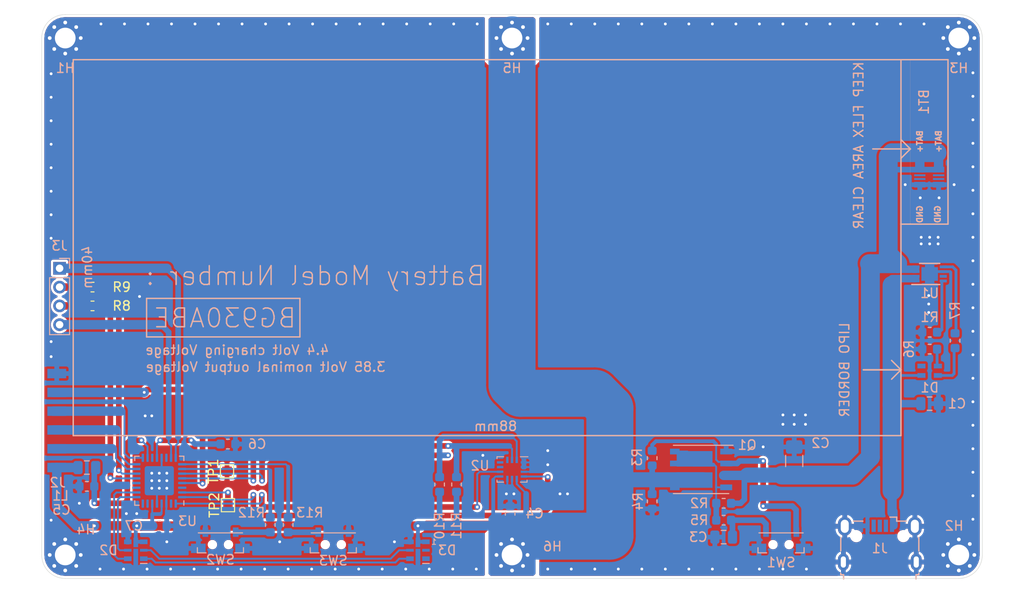
<source format=kicad_pcb>
(kicad_pcb (version 20171130) (host pcbnew 5.1.5)
  (layers (0 F.Cu signal) (31 B.Cu signal) (34 B.Paste user) (35 F.Paste user) (36 B.SilkS user) (37 F.SilkS user hide) (38 B.Mask user) (39 F.Mask user) (44 Edge.Cuts user))
  (net 0 "")
  (net 1 +BATT)
  (net 2 GND)
  (net 3 VBUS)
  (net 4 VCC)
  (net 5 MOSI)
  (net 6 MISO)
  (net 7 SCK)
  (net 8 RESET)
  (net 9 OC1A)
  (net 10 "Net-(Q1-Pad2)")
  (net 11 "Net-(R1-Pad1)")
  (net 12 BNT_DIG1)
  (net 13 BNT_DIG2)
  (net 14 LSM_INT1)
  (net 15 SCL)
  (net 16 SDA)
  (net 17 APA_CLK)
  (net 18 APA_DAT)
  (net 19 OC1B)
  (net 20 "Net-(D2-Pad2)")
  (net 21 "Net-(D1-Pad4)")
  (net 22 CHARGER_STAT)
  (net 23 "Net-(R12-Pad1)")
  (net 24 "Net-(D2-Pad3)")
  (net 25 LED_NTC2)
  (net 26 LED_NTC1)
  (net 27 "Net-(D1-Pad2)")
  (net 28 "Net-(Q1-Pad4)")
  (net 29 LSM_INT2)
  (net 30 TX)
  (net 31 "Net-(C3-Pad1)")
  (net 32 "Net-(C5-Pad2)")
  (net 33 "Net-(C6-Pad1)")
  (net 34 "Net-(R8-Pad2)")
  (net 35 "Net-(R9-Pad2)")
  (net 36 "Net-(R13-Pad1)")
  (module TestPoint:TestPoint_Pad_1.0x1.0mm (layer F.Cu) (at 69.8 101.7 90)
    (fp_text reference TP2 (at 0 -1.448 -90) (layer F.SilkS))
    (fp_text value TestPoint)
    (pad 1 smd rect (at 0 0 90) (size 1 1) (layers F.Cu F.Mask) (net 30 TX))
  )
  (module TestPoint:TestPoint_Pad_1.0x1.0mm (layer F.Cu) (at 69.7 98.1 90)
    (fp_text reference TP1 (at 0 -1.448 -90) (layer F.SilkS))
    (fp_text value TestPoint)
    (pad 1 smd rect (at 0 0 90) (size 1 1) (layers F.Cu F.Mask) (net 2 GND))
  )
  (module lt_foots:logo_heart3 (layer F.Cu) (at 139.5 58.7)
    (fp_text reference logo4 hide)
    (fp_text value logo-heart2 hide)
  )
  (module lt_foots:logo_flatlight (layer F.Cu) (at 128.5 57.6)
    (fp_text reference logo1 hide)
    (fp_text value logo-flatlight hide)
  )
  (module Resistor_SMD:R_0603_1608Metric (layer B.Cu) (at 147.1 84.2 270)
    (fp_text reference R7 (at -3.2 0 90) (layer B.SilkS) (effects (justify mirror)))
    (fp_text value 1kΩ)
    (pad 2 smd roundrect (at 0.7875 0 270) (size 0.875 0.95) (layers B.Cu B.Paste B.Mask) (net 27 "Net-(D1-Pad2)"))
    (pad 1 smd roundrect (at -0.7875 0 270) (size 0.875 0.95) (layers B.Cu B.Paste B.Mask) (net 22 CHARGER_STAT))
  )
  (module Resistor_SMD:R_0603_1608Metric (layer B.Cu) (at 92.3 99.5 90)
    (fp_text reference R10 (at -4.4 0 90) (layer B.SilkS) (effects (justify mirror)))
    (fp_text value 10kΩ)
    (pad 2 smd roundrect (at 0.7875 0 90) (size 0.875 0.95) (layers B.Cu B.Paste B.Mask) (net 16 SDA))
    (pad 1 smd roundrect (at -0.7875 0 90) (size 0.875 0.95) (layers B.Cu B.Paste B.Mask) (net 4 VCC))
  )
  (module Resistor_SMD:R_0603_1608Metric (layer B.Cu) (at 94.1 99.5 90)
    (fp_text reference R11 (at -4.4 0 90) (layer B.SilkS) (effects (justify mirror)))
    (fp_text value 10kΩ)
    (pad 2 smd roundrect (at 0.7875 0 90) (size 0.875 0.95) (layers B.Cu B.Paste B.Mask) (net 15 SCL))
    (pad 1 smd roundrect (at -0.7875 0 90) (size 0.875 0.95) (layers B.Cu B.Paste B.Mask) (net 4 VCC))
  )
  (module Connector_USB:USB_Micro-B_Wuerth_629105150521 (layer B.Cu) (at 139.1 105.8 180)
    (fp_text reference J1 (at 0 -0.5) (layer B.SilkS) (effects (justify mirror)))
    (fp_text value USB_B_Micro)
    (pad 1 smd rect (at -1.3 1.9 180) (size 0.45 1.3) (layers B.Cu B.Paste B.Mask) (net 3 VBUS))
    (pad 2 smd rect (at -0.65 1.9 180) (size 0.45 1.3) (layers B.Cu B.Paste B.Mask))
    (pad 3 smd rect (at 0 1.9 180) (size 0.45 1.3) (layers B.Cu B.Paste B.Mask))
    (pad 4 smd rect (at 0.65 1.9 180) (size 0.45 1.3) (layers B.Cu B.Paste B.Mask))
    (pad 5 smd rect (at 1.3 1.9 180) (size 0.45 1.3) (layers B.Cu B.Paste B.Mask) (net 2 GND))
    (pad 6 thru_hole oval (at -3.725 1.85 180) (size 1.45 2) (drill oval 0.85 1.4) (layers *.Cu *.Mask) (net 2 GND))
    (pad 6 thru_hole oval (at 3.725 1.85 180) (size 1.45 2) (drill oval 0.85 1.4) (layers *.Cu *.Mask) (net 2 GND))
    (pad 6 thru_hole oval (at -3.875 -1.95 180) (size 1.15 1.8) (drill oval 0.55 1.2) (layers *.Cu *.Mask) (net 2 GND))
    (pad 6 thru_hole oval (at 3.875 -1.95 180) (size 1.15 1.8) (drill oval 0.55 1.2) (layers *.Cu *.Mask) (net 2 GND))
    (pad "" np_thru_hole oval (at -2.5 0.8 180) (size 0.8 0.8) (drill 0.8) (layers *.Cu *.Mask))
    (pad "" np_thru_hole oval (at 2.5 0.8 180) (size 0.8 0.8) (drill 0.8) (layers *.Cu *.Mask))
  )
  (module Inductor_SMD:L_0805_2012Metric (layer B.Cu) (at 54.8 97.7)
    (fp_text reference L1 (at -2.8 3 180) (layer B.SilkS) (effects (justify mirror)))
    (fp_text value 10µH)
    (pad 2 smd roundrect (at 0.9375 0) (size 0.975 1.4) (layers B.Cu B.Paste B.Mask) (net 32 "Net-(C5-Pad2)"))
    (pad 1 smd roundrect (at -0.9375 0) (size 0.975 1.4) (layers B.Cu B.Paste B.Mask) (net 4 VCC))
  )
  (module Capacitor_SMD:C_0603_1608Metric (layer B.Cu) (at 54.8 99.7)
    (fp_text reference C5 (at -2.7 2.5 180) (layer B.SilkS) (effects (justify mirror)))
    (fp_text value 100nF)
    (pad 2 smd roundrect (at 0.7875 0) (size 0.875 0.95) (layers B.Cu B.Paste B.Mask) (net 32 "Net-(C5-Pad2)"))
    (pad 1 smd roundrect (at -0.7875 0) (size 0.875 0.95) (layers B.Cu B.Paste B.Mask) (net 2 GND))
  )
  (module Capacitor_SMD:C_0603_1608Metric (layer B.Cu) (at 62.5 103.9 180)
    (fp_text reference C7 (at 2.7 0) (layer B.SilkS) (effects (justify mirror)))
    (fp_text value 100nF)
    (pad 2 smd roundrect (at 0.7875 0 180) (size 0.875 0.95) (layers B.Cu B.Paste B.Mask) (net 4 VCC))
    (pad 1 smd roundrect (at -0.7875 0 180) (size 0.875 0.95) (layers B.Cu B.Paste B.Mask) (net 2 GND))
  )
  (module Package_LGA:Bosch_LGA-14_3x2.5mm_P0.5mm (layer B.Cu) (at 100 97.9 180)
    (fp_text reference U2 (at 3.4 0.4) (layer B.SilkS) (effects (justify mirror)))
    (fp_text value LSM6DS3)
    (pad 13 smd rect (at 0 1.0125 180) (size 0.25 0.675) (layers B.Cu B.Paste B.Mask) (net 15 SCL))
    (pad 14 smd rect (at -0.5 1.0125 180) (size 0.25 0.675) (layers B.Cu B.Paste B.Mask) (net 16 SDA))
    (pad 12 smd rect (at 0.5 1.0125 180) (size 0.25 0.675) (layers B.Cu B.Paste B.Mask))
    (pad 5 smd rect (at -0.5 -1.0125 180) (size 0.25 0.675) (layers B.Cu B.Paste B.Mask) (net 4 VCC))
    (pad 6 smd rect (at 0 -1.0125 180) (size 0.25 0.675) (layers B.Cu B.Paste B.Mask) (net 2 GND))
    (pad 7 smd rect (at 0.5 -1.0125 180) (size 0.25 0.675) (layers B.Cu B.Paste B.Mask) (net 2 GND))
    (pad 1 smd rect (at -1.2625 0.75 180) (size 0.675 0.25) (layers B.Cu B.Paste B.Mask) (net 2 GND))
    (pad 2 smd rect (at -1.2625 0.25 180) (size 0.675 0.25) (layers B.Cu B.Paste B.Mask) (net 2 GND))
    (pad 3 smd rect (at -1.2625 -0.25 180) (size 0.675 0.25) (layers B.Cu B.Paste B.Mask) (net 2 GND))
    (pad 4 smd rect (at -1.2625 -0.75 180) (size 0.675 0.25) (layers B.Cu B.Paste B.Mask) (net 14 LSM_INT1))
    (pad 8 smd rect (at 1.2625 -0.75 180) (size 0.675 0.25) (layers B.Cu B.Paste B.Mask) (net 4 VCC))
    (pad 9 smd rect (at 1.2625 -0.25 180) (size 0.675 0.25) (layers B.Cu B.Paste B.Mask) (net 29 LSM_INT2))
    (pad 10 smd rect (at 1.2625 0.25 180) (size 0.675 0.25) (layers B.Cu B.Paste B.Mask))
    (pad 11 smd rect (at 1.2625 0.75 180) (size 0.675 0.25) (layers B.Cu B.Paste B.Mask))
  )
  (module Connector_PinHeader_2.00mm:PinHeader_1x04_P2.00mm_Vertical (layer B.Cu) (at 51.9 76.5 180)
    (fp_text reference J3 (at 0 2.4) (layer B.SilkS) (effects (justify mirror)))
    (fp_text value Conn_01x04)
    (pad 4 thru_hole oval (at 0 -6 180) (size 1.35 1.35) (drill 0.8) (layers *.Cu *.Mask) (net 26 LED_NTC1))
    (pad 3 thru_hole oval (at 0 -4 180) (size 1.35 1.35) (drill 0.8) (layers *.Cu *.Mask) (net 9 OC1A))
    (pad 2 thru_hole oval (at 0 -2 180) (size 1.35 1.35) (drill 0.8) (layers *.Cu *.Mask) (net 19 OC1B))
    (pad 1 thru_hole rect (at 0 0 180) (size 1.35 1.35) (drill 0.8) (layers *.Cu *.Mask) (net 25 LED_NTC2))
  )
  (module lt_foots:logo_flatlight_git_silk (layer B.Cu) (at 125 79.5)
    (fp_text reference logo5 hide)
    (fp_text value logo-flatlight-git hide)
  )
  (module lt_foots:logo_horse (layer F.Cu) (at 66.3 63.3)
    (fp_text reference logo3 hide)
    (fp_text value logo-horse hide)
  )
  (module lt_foots:logo_REV18 (layer F.Cu) (at 134.1 59.5)
    (fp_text reference logo6 hide)
    (fp_text value logo-rev18 hide)
  )
  (module Capacitor_SMD:C_1206_3216Metric_Pad1.42x1.75mm_HandSolder (layer B.Cu) (at 130 97 270)
    (fp_text reference C2 (at -1.9 -2.8 180) (layer B.SilkS) (effects (justify mirror)))
    (fp_text value 10µF)
    (pad 2 smd roundrect (at 1.4875 0 270) (size 1.425 1.75) (layers B.Cu B.Paste B.Mask) (roundrect_rratio 0.175439) (net 1 +BATT))
    (pad 1 smd roundrect (at -1.4875 0 270) (size 1.425 1.75) (layers B.Cu B.Paste B.Mask) (roundrect_rratio 0.175439) (net 2 GND))
  )
  (module Package_DFN_QFN:QFN-32-1EP_5x5mm_P0.5mm_EP3.1x3.1mm (layer B.Cu) (at 62.5 99.1 90)
    (fp_text reference U3 (at -4.3 3 180) (layer B.SilkS) (effects (justify mirror)))
    (fp_text value ATmega328-MU)
    (pad 33 smd roundrect (at 0 0 90) (size 3.1 3.1) (layers B.Cu B.Mask) (roundrect_rratio 0.08064499999999999) (net 2 GND))
    (pad 1 smd roundrect (at -2.4375 1.75 90) (size 0.875 0.25) (layers B.Cu B.Paste B.Mask) (net 29 LSM_INT2))
    (pad 2 smd roundrect (at -2.4375 1.25 90) (size 0.875 0.25) (layers B.Cu B.Paste B.Mask))
    (pad 3 smd roundrect (at -2.4375 0.75 90) (size 0.875 0.25) (layers B.Cu B.Paste B.Mask) (net 2 GND))
    (pad 4 smd roundrect (at -2.4375 0.25 90) (size 0.875 0.25) (layers B.Cu B.Paste B.Mask) (net 4 VCC))
    (pad 5 smd roundrect (at -2.4375 -0.25 90) (size 0.875 0.25) (layers B.Cu B.Paste B.Mask) (net 2 GND))
    (pad 6 smd roundrect (at -2.4375 -0.75 90) (size 0.875 0.25) (layers B.Cu B.Paste B.Mask) (net 4 VCC))
    (pad 7 smd roundrect (at -2.4375 -1.25 90) (size 0.875 0.25) (layers B.Cu B.Paste B.Mask))
    (pad 8 smd roundrect (at -2.4375 -1.75 90) (size 0.875 0.25) (layers B.Cu B.Paste B.Mask))
    (pad 9 smd roundrect (at -1.75 -2.4375 90) (size 0.25 0.875) (layers B.Cu B.Paste B.Mask) (net 17 APA_CLK))
    (pad 10 smd roundrect (at -1.25 -2.4375 90) (size 0.25 0.875) (layers B.Cu B.Paste B.Mask) (net 18 APA_DAT))
    (pad 11 smd roundrect (at -0.75 -2.4375 90) (size 0.25 0.875) (layers B.Cu B.Paste B.Mask))
    (pad 12 smd roundrect (at -0.25 -2.4375 90) (size 0.25 0.875) (layers B.Cu B.Paste B.Mask))
    (pad 13 smd roundrect (at 0.25 -2.4375 90) (size 0.25 0.875) (layers B.Cu B.Paste B.Mask) (net 34 "Net-(R8-Pad2)"))
    (pad 14 smd roundrect (at 0.75 -2.4375 90) (size 0.25 0.875) (layers B.Cu B.Paste B.Mask) (net 35 "Net-(R9-Pad2)"))
    (pad 15 smd roundrect (at 1.25 -2.4375 90) (size 0.25 0.875) (layers B.Cu B.Paste B.Mask) (net 5 MOSI))
    (pad 16 smd roundrect (at 1.75 -2.4375 90) (size 0.25 0.875) (layers B.Cu B.Paste B.Mask) (net 6 MISO))
    (pad 17 smd roundrect (at 2.4375 -1.75 90) (size 0.875 0.25) (layers B.Cu B.Paste B.Mask) (net 7 SCK))
    (pad 18 smd roundrect (at 2.4375 -1.25 90) (size 0.875 0.25) (layers B.Cu B.Paste B.Mask) (net 32 "Net-(C5-Pad2)"))
    (pad 19 smd roundrect (at 2.4375 -0.75 90) (size 0.875 0.25) (layers B.Cu B.Paste B.Mask))
    (pad 20 smd roundrect (at 2.4375 -0.25 90) (size 0.875 0.25) (layers B.Cu B.Paste B.Mask) (net 33 "Net-(C6-Pad1)"))
    (pad 21 smd roundrect (at 2.4375 0.25 90) (size 0.875 0.25) (layers B.Cu B.Paste B.Mask) (net 2 GND))
    (pad 22 smd roundrect (at 2.4375 0.75 90) (size 0.875 0.25) (layers B.Cu B.Paste B.Mask))
    (pad 23 smd roundrect (at 2.4375 1.25 90) (size 0.875 0.25) (layers B.Cu B.Paste B.Mask) (net 26 LED_NTC1))
    (pad 24 smd roundrect (at 2.4375 1.75 90) (size 0.875 0.25) (layers B.Cu B.Paste B.Mask) (net 25 LED_NTC2))
    (pad 25 smd roundrect (at 1.75 2.4375 90) (size 0.25 0.875) (layers B.Cu B.Paste B.Mask) (net 13 BNT_DIG2))
    (pad 26 smd roundrect (at 1.25 2.4375 90) (size 0.25 0.875) (layers B.Cu B.Paste B.Mask) (net 12 BNT_DIG1))
    (pad 27 smd roundrect (at 0.75 2.4375 90) (size 0.25 0.875) (layers B.Cu B.Paste B.Mask) (net 16 SDA))
    (pad 28 smd roundrect (at 0.25 2.4375 90) (size 0.25 0.875) (layers B.Cu B.Paste B.Mask) (net 15 SCL))
    (pad 29 smd roundrect (at -0.25 2.4375 90) (size 0.25 0.875) (layers B.Cu B.Paste B.Mask) (net 8 RESET))
    (pad 30 smd roundrect (at -0.75 2.4375 90) (size 0.25 0.875) (layers B.Cu B.Paste B.Mask))
    (pad 31 smd roundrect (at -1.25 2.4375 90) (size 0.25 0.875) (layers B.Cu B.Paste B.Mask) (net 30 TX))
    (pad 32 smd roundrect (at -1.75 2.4375 90) (size 0.25 0.875) (layers B.Cu B.Paste B.Mask) (net 14 LSM_INT1))
  )
  (module Capacitor_SMD:C_0603_1608Metric (layer B.Cu) (at 99.8 102.6 270)
    (fp_text reference C4 (at 0 -2.6 180) (layer B.SilkS) (effects (justify mirror)))
    (fp_text value 100nF)
    (pad 1 smd roundrect (at -0.7875 0 270) (size 0.875 0.95) (layers B.Cu B.Paste B.Mask) (net 2 GND))
    (pad 2 smd roundrect (at 0.7875 0 270) (size 0.875 0.95) (layers B.Cu B.Paste B.Mask) (net 4 VCC))
  )
  (module LED_SMD:LED-APA102-2020 (layer B.Cu) (at 90 106.5 180)
    (fp_text reference D3 (at -3.1 0) (layer B.SilkS) (effects (justify mirror)))
    (fp_text value APA102-2020)
    (fp_text user 1 (at -1.7 0.9) (layer B.SilkS) (effects (font (size 0.6 0.6) (thickness 0.1)) (justify mirror)))
    (pad 6 smd rect (at 0 -0.59 90) (size 1.48 0.5) (layers B.Cu B.Paste B.Mask) (net 2 GND))
    (pad 1 smd rect (at 0 0.83 90) (size 1 0.5) (layers B.Cu B.Paste B.Mask) (net 4 VCC))
    (pad 6 smd rect (at 0.85 0.9 180) (size 0.8 0.5) (layers B.Cu B.Paste B.Mask) (net 2 GND))
    (pad 4 smd rect (at 0.85 -0.9 180) (size 0.8 0.5) (layers B.Cu B.Paste B.Mask) (net 24 "Net-(D2-Pad3)"))
    (pad 5 smd rect (at 0.85 0 180) (size 0.8 0.3) (layers B.Cu B.Paste B.Mask) (net 20 "Net-(D2-Pad2)"))
    (pad 3 smd rect (at -0.85 -0.9 180) (size 0.8 0.5) (layers B.Cu B.Paste B.Mask))
    (pad 2 smd rect (at -0.85 0 180) (size 0.8 0.3) (layers B.Cu B.Paste B.Mask))
    (pad 1 smd rect (at -0.85 0.9 180) (size 0.8 0.5) (layers B.Cu B.Paste B.Mask) (net 4 VCC))
  )
  (module Resistor_SMD:R_0603_1608Metric (layer B.Cu) (at 144.4 85.1)
    (fp_text reference R6 (at -2.2 0 -90) (layer B.SilkS) (effects (justify mirror)))
    (fp_text value 1kΩ)
    (pad 2 smd roundrect (at 0.7875 0) (size 0.875 0.95) (layers B.Cu B.Paste B.Mask) (net 21 "Net-(D1-Pad4)"))
    (pad 1 smd roundrect (at -0.7875 0) (size 0.875 0.95) (layers B.Cu B.Paste B.Mask) (net 2 GND))
  )
  (module LED_SMD:LED-APA102-2020 (layer B.Cu) (at 60 106.5 180)
    (fp_text reference D2 (at 2.9 0) (layer B.SilkS) (effects (justify mirror)))
    (fp_text value APA102-2020)
    (pad 1 smd rect (at -0.85 0.9 180) (size 0.8 0.5) (layers B.Cu B.Paste B.Mask) (net 4 VCC))
    (pad 2 smd rect (at -0.85 0 180) (size 0.8 0.3) (layers B.Cu B.Paste B.Mask) (net 20 "Net-(D2-Pad2)"))
    (pad 3 smd rect (at -0.85 -0.9 180) (size 0.8 0.5) (layers B.Cu B.Paste B.Mask) (net 24 "Net-(D2-Pad3)"))
    (pad 5 smd rect (at 0.85 0 180) (size 0.8 0.3) (layers B.Cu B.Paste B.Mask) (net 17 APA_CLK))
    (pad 4 smd rect (at 0.85 -0.9 180) (size 0.8 0.5) (layers B.Cu B.Paste B.Mask) (net 18 APA_DAT))
    (pad 6 smd rect (at 0.85 0.9 180) (size 0.8 0.5) (layers B.Cu B.Paste B.Mask) (net 2 GND))
    (pad 1 smd rect (at 0 0.83 90) (size 1 0.5) (layers B.Cu B.Paste B.Mask) (net 4 VCC))
    (pad 6 smd rect (at 0 -0.59 90) (size 1.48 0.5) (layers B.Cu B.Paste B.Mask) (net 2 GND))
  )
  (module Resistor_SMD:R_0603_1608Metric (layer F.Cu) (at 55.4 78.5)
    (fp_text reference R9 (at 3.1 0) (layer F.SilkS))
    (fp_text value 1kΩ)
    (pad 2 smd roundrect (at 0.7875 0) (size 0.875 0.95) (layers F.Cu F.Paste F.Mask) (net 35 "Net-(R9-Pad2)"))
    (pad 1 smd roundrect (at -0.7875 0) (size 0.875 0.95) (layers F.Cu F.Paste F.Mask) (net 19 OC1B))
  )
  (module Resistor_SMD:R_0603_1608Metric (layer F.Cu) (at 55.4 80.5)
    (fp_text reference R8 (at 3.1 0) (layer F.SilkS))
    (fp_text value 1kΩ)
    (pad 2 smd roundrect (at 0.7875 0) (size 0.875 0.95) (layers F.Cu F.Paste F.Mask) (net 34 "Net-(R8-Pad2)"))
    (pad 1 smd roundrect (at -0.7875 0) (size 0.875 0.95) (layers F.Cu F.Paste F.Mask) (net 9 OC1A))
  )
  (module lt_foots:white_nano_smd_switch (layer B.Cu) (at 81 106.5)
    (fp_text reference SW3 (at 0 1.1) (layer B.SilkS) (effects (justify mirror)))
    (fp_text value BTN_DIG2)
    (pad 3 smd rect (at 2.35 -0.2 180) (size 1.55 1) (layers B.Cu B.Paste B.Mask) (net 2 GND))
    (pad 3 smd rect (at -2.35 -0.2 180) (size 1.55 1) (layers B.Cu B.Paste B.Mask) (net 2 GND))
    (pad 1 smd rect (at -1.6 -1.925 180) (size 0.6 1) (layers B.Cu B.Paste B.Mask) (net 36 "Net-(R13-Pad1)"))
    (pad 2 smd rect (at 1.625 -1.925 180) (size 0.6 1) (layers B.Cu B.Paste B.Mask) (net 2 GND))
    (pad "" np_thru_hole circle (at -0.85 -0.6) (size 0.5 0.5) (drill 0.5) (layers *.Cu *.Mask))
    (pad "" np_thru_hole circle (at 0.85 -0.6) (size 0.5 0.5) (drill 0.5) (layers *.Cu *.Mask))
  )
  (module lt_foots:white_nano_smd_switch (layer B.Cu) (at 69 106.5)
    (fp_text reference SW2 (at 0 1) (layer B.SilkS) (effects (justify mirror)))
    (fp_text value BTN_DIG1)
    (pad 3 smd rect (at 2.35 -0.2 180) (size 1.55 1) (layers B.Cu B.Paste B.Mask) (net 2 GND))
    (pad 3 smd rect (at -2.35 -0.2 180) (size 1.55 1) (layers B.Cu B.Paste B.Mask) (net 2 GND))
    (pad 1 smd rect (at -1.6 -1.925 180) (size 0.6 1) (layers B.Cu B.Paste B.Mask) (net 2 GND))
    (pad 2 smd rect (at 1.625 -1.925 180) (size 0.6 1) (layers B.Cu B.Paste B.Mask) (net 23 "Net-(R12-Pad1)"))
    (pad "" np_thru_hole circle (at -0.85 -0.6) (size 0.5 0.5) (drill 0.5) (layers *.Cu *.Mask))
    (pad "" np_thru_hole circle (at 0.85 -0.6) (size 0.5 0.5) (drill 0.5) (layers *.Cu *.Mask))
  )
  (module lt_foots:white_nano_smd_switch (layer B.Cu) (at 128.6 106.5)
    (fp_text reference SW1 (at 0 1.3) (layer B.SilkS) (effects (justify mirror)))
    (fp_text value BTN_PWR)
    (pad "" np_thru_hole circle (at 0.85 -0.6) (size 0.5 0.5) (drill 0.5) (layers *.Cu *.Mask))
    (pad "" np_thru_hole circle (at -0.85 -0.6) (size 0.5 0.5) (drill 0.5) (layers *.Cu *.Mask))
    (pad 2 smd rect (at 1.625 -1.925 180) (size 0.6 1) (layers B.Cu B.Paste B.Mask) (net 10 "Net-(Q1-Pad2)"))
    (pad 1 smd rect (at -1.6 -1.925 180) (size 0.6 1) (layers B.Cu B.Paste B.Mask) (net 31 "Net-(C3-Pad1)"))
    (pad 3 smd rect (at -2.35 -0.2 180) (size 1.55 1) (layers B.Cu B.Paste B.Mask) (net 2 GND))
    (pad 3 smd rect (at 2.35 -0.2 180) (size 1.55 1) (layers B.Cu B.Paste B.Mask) (net 2 GND))
  )
  (module Resistor_SMD:R_0603_1608Metric (layer B.Cu) (at 76.2 103.8 90)
    (fp_text reference R13 (at 1.3 2.3 180) (layer B.SilkS) (effects (justify mirror)))
    (fp_text value 1kΩ)
    (pad 1 smd roundrect (at -0.7875 0 90) (size 0.875 0.95) (layers B.Cu B.Paste B.Mask) (net 36 "Net-(R13-Pad1)"))
    (pad 2 smd roundrect (at 0.7875 0 90) (size 0.875 0.95) (layers B.Cu B.Paste B.Mask) (net 13 BNT_DIG2))
  )
  (module Resistor_SMD:R_0603_1608Metric (layer B.Cu) (at 74.3 103.8 90)
    (fp_text reference R12 (at 1.3 -2 180) (layer B.SilkS) (effects (justify mirror)))
    (fp_text value 1kΩ)
    (pad 1 smd roundrect (at -0.7875 0 90) (size 0.875 0.95) (layers B.Cu B.Paste B.Mask) (net 23 "Net-(R12-Pad1)"))
    (pad 2 smd roundrect (at 0.7875 0 90) (size 0.875 0.95) (layers B.Cu B.Paste B.Mask) (net 12 BNT_DIG1))
  )
  (module Resistor_SMD:R_0603_1608Metric (layer B.Cu) (at 122.5 103.3)
    (fp_text reference R5 (at -2.6 0) (layer B.SilkS) (effects (justify mirror)))
    (fp_text value 100kΩ)
    (pad 2 smd roundrect (at 0.7875 0) (size 0.875 0.95) (layers B.Cu B.Paste B.Mask) (net 31 "Net-(C3-Pad1)"))
    (pad 1 smd roundrect (at -0.7875 0) (size 0.875 0.95) (layers B.Cu B.Paste B.Mask) (net 28 "Net-(Q1-Pad4)"))
  )
  (module Resistor_SMD:R_0603_1608Metric (layer B.Cu) (at 114.9 101.3 270)
    (fp_text reference R4 (at 0 1.5 270) (layer B.SilkS) (effects (justify mirror)))
    (fp_text value 1kΩ)
    (pad 2 smd roundrect (at 0.7875 0 270) (size 0.875 0.95) (layers B.Cu B.Paste B.Mask) (net 2 GND))
    (pad 1 smd roundrect (at -0.7875 0 270) (size 0.875 0.95) (layers B.Cu B.Paste B.Mask) (net 4 VCC))
  )
  (module Resistor_SMD:R_0603_1608Metric (layer B.Cu) (at 114.9 96.7 90)
    (fp_text reference R3 (at 0.1 -1.6 90) (layer B.SilkS) (effects (justify mirror)))
    (fp_text value 10kΩ)
    (pad 2 smd roundrect (at 0.7875 0 90) (size 0.875 0.95) (layers B.Cu B.Paste B.Mask) (net 10 "Net-(Q1-Pad2)"))
    (pad 1 smd roundrect (at -0.7875 0 90) (size 0.875 0.95) (layers B.Cu B.Paste B.Mask) (net 4 VCC))
  )
  (module Resistor_SMD:R_0603_1608Metric (layer B.Cu) (at 122.5 101.5 180)
    (fp_text reference R2 (at 2.6 0) (layer B.SilkS) (effects (justify mirror)))
    (fp_text value 10kΩ)
    (pad 2 smd roundrect (at 0.7875 0 180) (size 0.875 0.95) (layers B.Cu B.Paste B.Mask) (net 28 "Net-(Q1-Pad4)"))
    (pad 1 smd roundrect (at -0.7875 0 180) (size 0.875 0.95) (layers B.Cu B.Paste B.Mask) (net 1 +BATT))
  )
  (module Resistor_SMD:R_0603_1608Metric (layer B.Cu) (at 144.4 83.3 180)
    (fp_text reference R1 (at 0 1.6 180) (layer B.SilkS) (effects (justify mirror)))
    (fp_text value 2kΩ)
    (pad 2 smd roundrect (at 0.7875 0 180) (size 0.875 0.95) (layers B.Cu B.Paste B.Mask) (net 2 GND))
    (pad 1 smd roundrect (at -0.7875 0 180) (size 0.875 0.95) (layers B.Cu B.Paste B.Mask) (net 11 "Net-(R1-Pad1)"))
  )
  (module lt_foots:Conn_01x06_SMD_2mm (layer B.Cu) (at 51.6 87.7 180)
    (fp_text reference J2 (at -0.1 -11.6) (layer B.SilkS) (effects (justify mirror)))
    (fp_text value Conn_PROG)
    (pad 6 smd rect (at 0 -10 180) (size 2 1) (layers B.Cu B.Paste B.Mask) (net 4 VCC))
    (pad 5 smd rect (at 0 -8 180) (size 2 1) (layers B.Cu B.Paste B.Mask) (net 5 MOSI))
    (pad 4 smd rect (at 0 -6 180) (size 2 1) (layers B.Cu B.Paste B.Mask) (net 6 MISO))
    (pad 3 smd rect (at 0 -4 180) (size 2 1) (layers B.Cu B.Paste B.Mask) (net 7 SCK))
    (pad 2 smd rect (at 0 -2 180) (size 2 1) (layers B.Cu B.Paste B.Mask) (net 8 RESET))
    (pad 1 smd rect (at 0 0 180) (size 2 1) (layers B.Cu B.Paste B.Mask) (net 2 GND))
  )
  (module MountingHole:MountingHole_2.2mm_M2_Pad_Via (layer B.Cu) (at 100 107)
    (fp_text reference H6 (at 4.3 -0.9) (layer B.SilkS) (effects (justify mirror)))
    (fp_text value MountingHole_Pad)
    (pad 1 thru_hole circle (at 1.166726 1.166726) (size 0.7 0.7) (drill 0.4) (layers *.Cu *.Mask) (net 4 VCC))
    (pad 1 thru_hole circle (at 0 1.65) (size 0.7 0.7) (drill 0.4) (layers *.Cu *.Mask) (net 4 VCC))
    (pad 1 thru_hole circle (at -1.166726 1.166726) (size 0.7 0.7) (drill 0.4) (layers *.Cu *.Mask) (net 4 VCC))
    (pad 1 thru_hole circle (at -1.65 0) (size 0.7 0.7) (drill 0.4) (layers *.Cu *.Mask) (net 4 VCC))
    (pad 1 thru_hole circle (at -1.166726 -1.166726) (size 0.7 0.7) (drill 0.4) (layers *.Cu *.Mask) (net 4 VCC))
    (pad 1 thru_hole circle (at 0 -1.65) (size 0.7 0.7) (drill 0.4) (layers *.Cu *.Mask) (net 4 VCC))
    (pad 1 thru_hole circle (at 1.166726 -1.166726) (size 0.7 0.7) (drill 0.4) (layers *.Cu *.Mask) (net 4 VCC))
    (pad 1 thru_hole circle (at 1.65 0) (size 0.7 0.7) (drill 0.4) (layers *.Cu *.Mask) (net 4 VCC))
    (pad 1 thru_hole circle (at 0 0) (size 4.4 4.4) (drill 2.2) (layers *.Cu *.Mask) (net 4 VCC))
  )
  (module MountingHole:MountingHole_2.2mm_M2_Pad_Via (layer B.Cu) (at 100 52)
    (fp_text reference H5 (at 0 3.2) (layer B.SilkS) (effects (justify mirror)))
    (fp_text value MountingHole_Pad)
    (pad 1 thru_hole circle (at 1.166726 1.166726) (size 0.7 0.7) (drill 0.4) (layers *.Cu *.Mask) (net 4 VCC))
    (pad 1 thru_hole circle (at 0 1.65) (size 0.7 0.7) (drill 0.4) (layers *.Cu *.Mask) (net 4 VCC))
    (pad 1 thru_hole circle (at -1.166726 1.166726) (size 0.7 0.7) (drill 0.4) (layers *.Cu *.Mask) (net 4 VCC))
    (pad 1 thru_hole circle (at -1.65 0) (size 0.7 0.7) (drill 0.4) (layers *.Cu *.Mask) (net 4 VCC))
    (pad 1 thru_hole circle (at -1.166726 -1.166726) (size 0.7 0.7) (drill 0.4) (layers *.Cu *.Mask) (net 4 VCC))
    (pad 1 thru_hole circle (at 0 -1.65) (size 0.7 0.7) (drill 0.4) (layers *.Cu *.Mask) (net 4 VCC))
    (pad 1 thru_hole circle (at 1.166726 -1.166726) (size 0.7 0.7) (drill 0.4) (layers *.Cu *.Mask) (net 4 VCC))
    (pad 1 thru_hole circle (at 1.65 0) (size 0.7 0.7) (drill 0.4) (layers *.Cu *.Mask) (net 4 VCC))
    (pad 1 thru_hole circle (at 0 0) (size 4.4 4.4) (drill 2.2) (layers *.Cu *.Mask) (net 4 VCC))
  )
  (module MountingHole:MountingHole_2.2mm_M2_Pad_Via (layer B.Cu) (at 52.5 107)
    (fp_text reference H4 (at 2.2 -2.7) (layer B.SilkS) (effects (justify mirror)))
    (fp_text value MountingHole_Pad)
    (pad 1 thru_hole circle (at 1.166726 1.166726) (size 0.7 0.7) (drill 0.4) (layers *.Cu *.Mask) (net 2 GND))
    (pad 1 thru_hole circle (at 0 1.65) (size 0.7 0.7) (drill 0.4) (layers *.Cu *.Mask) (net 2 GND))
    (pad 1 thru_hole circle (at -1.166726 1.166726) (size 0.7 0.7) (drill 0.4) (layers *.Cu *.Mask) (net 2 GND))
    (pad 1 thru_hole circle (at -1.65 0) (size 0.7 0.7) (drill 0.4) (layers *.Cu *.Mask) (net 2 GND))
    (pad 1 thru_hole circle (at -1.166726 -1.166726) (size 0.7 0.7) (drill 0.4) (layers *.Cu *.Mask) (net 2 GND))
    (pad 1 thru_hole circle (at 0 -1.65) (size 0.7 0.7) (drill 0.4) (layers *.Cu *.Mask) (net 2 GND))
    (pad 1 thru_hole circle (at 1.166726 -1.166726) (size 0.7 0.7) (drill 0.4) (layers *.Cu *.Mask) (net 2 GND))
    (pad 1 thru_hole circle (at 1.65 0) (size 0.7 0.7) (drill 0.4) (layers *.Cu *.Mask) (net 2 GND))
    (pad 1 thru_hole circle (at 0 0) (size 4.4 4.4) (drill 2.2) (layers *.Cu *.Mask) (net 2 GND))
  )
  (module MountingHole:MountingHole_2.2mm_M2_Pad_Via (layer B.Cu) (at 147.5 52)
    (fp_text reference H3 (at 0 3.2) (layer B.SilkS) (effects (justify mirror)))
    (fp_text value MountingHole_Pad)
    (pad 1 thru_hole circle (at 1.166726 1.166726) (size 0.7 0.7) (drill 0.4) (layers *.Cu *.Mask) (net 2 GND))
    (pad 1 thru_hole circle (at 0 1.65) (size 0.7 0.7) (drill 0.4) (layers *.Cu *.Mask) (net 2 GND))
    (pad 1 thru_hole circle (at -1.166726 1.166726) (size 0.7 0.7) (drill 0.4) (layers *.Cu *.Mask) (net 2 GND))
    (pad 1 thru_hole circle (at -1.65 0) (size 0.7 0.7) (drill 0.4) (layers *.Cu *.Mask) (net 2 GND))
    (pad 1 thru_hole circle (at -1.166726 -1.166726) (size 0.7 0.7) (drill 0.4) (layers *.Cu *.Mask) (net 2 GND))
    (pad 1 thru_hole circle (at 0 -1.65) (size 0.7 0.7) (drill 0.4) (layers *.Cu *.Mask) (net 2 GND))
    (pad 1 thru_hole circle (at 1.166726 -1.166726) (size 0.7 0.7) (drill 0.4) (layers *.Cu *.Mask) (net 2 GND))
    (pad 1 thru_hole circle (at 1.65 0) (size 0.7 0.7) (drill 0.4) (layers *.Cu *.Mask) (net 2 GND))
    (pad 1 thru_hole circle (at 0 0) (size 4.4 4.4) (drill 2.2) (layers *.Cu *.Mask) (net 2 GND))
  )
  (module MountingHole:MountingHole_2.2mm_M2_Pad_Via (layer B.Cu) (at 147.5 107)
    (fp_text reference H2 (at -0.5 -3.1) (layer B.SilkS) (effects (justify mirror)))
    (fp_text value MountingHole_Pad)
    (pad 1 thru_hole circle (at 1.166726 1.166726) (size 0.7 0.7) (drill 0.4) (layers *.Cu *.Mask) (net 2 GND))
    (pad 1 thru_hole circle (at 0 1.65) (size 0.7 0.7) (drill 0.4) (layers *.Cu *.Mask) (net 2 GND))
    (pad 1 thru_hole circle (at -1.166726 1.166726) (size 0.7 0.7) (drill 0.4) (layers *.Cu *.Mask) (net 2 GND))
    (pad 1 thru_hole circle (at -1.65 0) (size 0.7 0.7) (drill 0.4) (layers *.Cu *.Mask) (net 2 GND))
    (pad 1 thru_hole circle (at -1.166726 -1.166726) (size 0.7 0.7) (drill 0.4) (layers *.Cu *.Mask) (net 2 GND))
    (pad 1 thru_hole circle (at 0 -1.65) (size 0.7 0.7) (drill 0.4) (layers *.Cu *.Mask) (net 2 GND))
    (pad 1 thru_hole circle (at 1.166726 -1.166726) (size 0.7 0.7) (drill 0.4) (layers *.Cu *.Mask) (net 2 GND))
    (pad 1 thru_hole circle (at 1.65 0) (size 0.7 0.7) (drill 0.4) (layers *.Cu *.Mask) (net 2 GND))
    (pad 1 thru_hole circle (at 0 0) (size 4.4 4.4) (drill 2.2) (layers *.Cu *.Mask) (net 2 GND))
  )
  (module MountingHole:MountingHole_2.2mm_M2_Pad_Via (layer B.Cu) (at 52.5 52)
    (fp_text reference H1 (at 0 3.2) (layer B.SilkS) (effects (justify mirror)))
    (fp_text value MountingHole_Pad)
    (pad 1 thru_hole circle (at 1.166726 1.166726) (size 0.7 0.7) (drill 0.4) (layers *.Cu *.Mask) (net 2 GND))
    (pad 1 thru_hole circle (at 0 1.65) (size 0.7 0.7) (drill 0.4) (layers *.Cu *.Mask) (net 2 GND))
    (pad 1 thru_hole circle (at -1.166726 1.166726) (size 0.7 0.7) (drill 0.4) (layers *.Cu *.Mask) (net 2 GND))
    (pad 1 thru_hole circle (at -1.65 0) (size 0.7 0.7) (drill 0.4) (layers *.Cu *.Mask) (net 2 GND))
    (pad 1 thru_hole circle (at -1.166726 -1.166726) (size 0.7 0.7) (drill 0.4) (layers *.Cu *.Mask) (net 2 GND))
    (pad 1 thru_hole circle (at 0 -1.65) (size 0.7 0.7) (drill 0.4) (layers *.Cu *.Mask) (net 2 GND))
    (pad 1 thru_hole circle (at 1.166726 -1.166726) (size 0.7 0.7) (drill 0.4) (layers *.Cu *.Mask) (net 2 GND))
    (pad 1 thru_hole circle (at 1.65 0) (size 0.7 0.7) (drill 0.4) (layers *.Cu *.Mask) (net 2 GND))
    (pad 1 thru_hole circle (at 0 0) (size 4.4 4.4) (drill 2.2) (layers *.Cu *.Mask) (net 2 GND))
  )
  (module Capacitor_SMD:C_0603_1608Metric (layer B.Cu) (at 69.8 95.2)
    (fp_text reference C6 (at 3.1 0 180) (layer B.SilkS) (effects (justify mirror)))
    (fp_text value 100nF)
    (pad 2 smd roundrect (at 0.7875 0) (size 0.875 0.95) (layers B.Cu B.Paste B.Mask) (net 2 GND))
    (pad 1 smd roundrect (at -0.7875 0) (size 0.875 0.95) (layers B.Cu B.Paste B.Mask) (net 33 "Net-(C6-Pad1)"))
  )
  (module Capacitor_SMD:C_0805_2012Metric (layer B.Cu) (at 122.5 105.1 180)
    (fp_text reference C3 (at 2.7 0) (layer B.SilkS) (effects (justify mirror)))
    (fp_text value 1µF)
    (pad 2 smd roundrect (at 0.9375 0 180) (size 0.975 1.4) (layers B.Cu B.Paste B.Mask) (net 2 GND))
    (pad 1 smd roundrect (at -0.9375 0 180) (size 0.975 1.4) (layers B.Cu B.Paste B.Mask) (net 31 "Net-(C3-Pad1)"))
  )
  (module Capacitor_SMD:C_0805_2012Metric (layer B.Cu) (at 144.4 90.9 180)
    (fp_text reference C1 (at -2.9 0) (layer B.SilkS) (effects (justify mirror)))
    (fp_text value 10µF)
    (pad 2 smd roundrect (at 0.9375 0 180) (size 0.975 1.4) (layers B.Cu B.Paste B.Mask) (net 3 VBUS))
    (pad 1 smd roundrect (at -0.9375 0 180) (size 0.975 1.4) (layers B.Cu B.Paste B.Mask) (net 2 GND))
  )
  (module lt_foots:cc-by-sa (layer F.Cu) (at 129.1 61)
    (fp_text reference logo2 hide)
    (fp_text value logo-cc-by-sa hide)
  )
  (module lt_foots:lipo_samsung_BG930ABE (layer B.Cu) (at 144.35 66.8 90)
    (fp_text reference BT1 (at 8 -0.55 90) (layer B.SilkS) (effects (justify mirror)))
    (fp_text value lipo_sams_BG930ABE)
    (fp_text user "4.4 Volt charging Voltage " (at -18.4 -73.95 180) (layer B.SilkS) (effects (justify mirror)))
    (fp_text user "KEEP FLEX AREA CLEAR " (at 3 -7.5 90) (layer B.SilkS) (effects (justify mirror)))
    (fp_text user "Battery Model Number :" (at -10.5 -65.25 180) (layer B.SilkS) (effects (font (size 2 2)) (justify mirror)))
    (fp_text user "3.85 Volt nominal output Voltage" (at -20.2 -70.55 180) (layer B.SilkS) (effects (justify mirror)))
    (fp_text user "BG930ABE " (at -15 -75.65 180) (layer B.SilkS) (effects (font (size 2 2)) (justify mirror)))
    (fp_text user 40mm (at -9.6 -89.5 90) (layer B.SilkS) (effects (justify mirror)))
    (fp_text user 88mm (at -26.5 -46.1 180) (layer B.SilkS) (effects (justify mirror)))
    (fp_text user BAT+ (at 3.8 -1 90) (layer B.SilkS) (effects (font (size 0.6 0.6)) (justify mirror)))
    (fp_text user GND (at -3.95 -1 90) (layer B.SilkS) (effects (font (size 0.6 0.6)) (justify mirror)))
    (fp_text user GND (at -3.95 0.9 90) (layer B.SilkS) (effects (font (size 0.6 0.6)) (justify mirror)))
    (fp_text user BAT+ (at 3.8 1 90) (layer B.SilkS) (effects (font (size 0.6 0.6)) (justify mirror)))
    (fp_text user "LIPO BORDER" (at -20.5 -9 90) (layer B.SilkS) (effects (justify mirror)))
    (pad 8 smd rect (at 0.8 1 90) (size 0.6 1.2) (layers B.Cu B.Paste B.Mask) (net 1 +BATT))
    (pad 7 smd rect (at 0.8 -1 90) (size 0.6 1.2) (layers B.Cu B.Paste B.Mask) (net 1 +BATT))
    (pad 6 smd rect (at -0.8 -1 90) (size 0.6 1.2) (layers B.Cu B.Paste B.Mask) (net 2 GND))
    (pad 5 smd rect (at -0.8 1 90) (size 0.6 1.2) (layers B.Cu B.Paste B.Mask) (net 2 GND))
    (pad 4 smd rect (at 0.2 1 90) (size 0.2 1.2) (layers B.Cu B.Paste B.Mask))
    (pad 3 smd rect (at -0.2 1 90) (size 0.2 1.2) (layers B.Cu B.Paste B.Mask))
    (pad 2 smd rect (at -0.2 -1 90) (size 0.2 1.2) (layers B.Cu B.Paste B.Mask))
    (pad 1 smd rect (at 0.2 -1 90) (size 0.2 1.2) (layers B.Cu B.Paste B.Mask))
  )
  (module lt_foots:0606_ARGB_LED (layer B.Cu) (at 144.4 87.4)
    (fp_text reference D1 (at 0 1.8) (layer B.SilkS) (effects (justify mirror)))
    (fp_text value LED_ARGB)
    (pad 3 smd rect (at -0.875 -0.5) (size 0.85 0.5) (layers B.Cu B.Paste B.Mask))
    (pad 4 smd rect (at 0.875 -0.5) (size 0.85 0.5) (layers B.Cu B.Paste B.Mask) (net 21 "Net-(D1-Pad4)"))
    (pad 2 smd rect (at 0.875 0.5) (size 0.85 0.5) (layers B.Cu B.Paste B.Mask) (net 27 "Net-(D1-Pad2)"))
    (pad 1 smd rect (at -0.875 0.5) (size 0.85 0.5) (layers B.Cu B.Paste B.Mask) (net 3 VBUS))
  )
  (module Package_SO:PowerPAK_SO-8_Dual (layer B.Cu) (at 120.1 97.9 180)
    (fp_text reference Q1 (at -4.9 2.6) (layer B.SilkS) (effects (justify mirror)))
    (fp_text value DMC1016UPD)
    (pad 1 smd rect (at -2.67 1.905 180) (size 1.27 0.61) (layers B.Cu B.Paste B.Mask) (net 2 GND))
    (pad 2 smd rect (at -2.67 0.635 180) (size 1.27 0.61) (layers B.Cu B.Paste B.Mask) (net 10 "Net-(Q1-Pad2)"))
    (pad 3 smd rect (at -2.67 -0.635 180) (size 1.27 0.61) (layers B.Cu B.Paste B.Mask) (net 1 +BATT))
    (pad 4 smd rect (at -2.67 -1.905 180) (size 1.27 0.61) (layers B.Cu B.Paste B.Mask) (net 28 "Net-(Q1-Pad4)"))
    (pad 6 smd rect (at 2.795 -1.905 180) (size 1.02 0.61) (layers B.Cu B.Paste B.Mask) (net 4 VCC))
    (pad 6 smd rect (at 2.795 -0.635 180) (size 1.02 0.61) (layers B.Cu B.Paste B.Mask) (net 4 VCC))
    (pad 5 smd rect (at 2.795 0.635 180) (size 1.02 0.61) (layers B.Cu B.Paste B.Mask) (net 28 "Net-(Q1-Pad4)"))
    (pad 5 smd rect (at 2.795 1.905 180) (size 1.02 0.61) (layers B.Cu B.Paste B.Mask) (net 28 "Net-(Q1-Pad4)"))
    (pad 5 smd rect (at 0.69 1.13 180) (size 3.81 1.65) (layers B.Cu B.Paste B.Mask) (net 28 "Net-(Q1-Pad4)"))
    (pad 6 smd rect (at 0.69 -1.13 180) (size 3.81 1.65) (layers B.Cu B.Paste B.Mask) (net 4 VCC))
  )
  (module Package_DFN_QFN:DFN-8-1EP_3x2mm_P0.5mm_EP1.75x1.45mm (layer B.Cu) (at 144.4 77.1)
    (fp_text reference U1 (at 0 2.05) (layer B.SilkS) (effects (justify mirror)))
    (fp_text value MCP73831-2x3DFN8)
    (pad 9 smd rect (at 0 0) (size 1.75 1.45) (layers B.Cu B.Mask) (net 2 GND))
    (pad 8 smd rect (at 1.45 0.75) (size 0.75 0.3) (layers B.Cu B.Paste B.Mask) (net 11 "Net-(R1-Pad1)"))
    (pad 7 smd rect (at 1.45 0.25) (size 0.75 0.3) (layers B.Cu B.Paste B.Mask))
    (pad 6 smd rect (at 1.45 -0.25) (size 0.75 0.3) (layers B.Cu B.Paste B.Mask) (net 2 GND))
    (pad 5 smd rect (at 1.45 -0.75) (size 0.75 0.3) (layers B.Cu B.Paste B.Mask) (net 22 CHARGER_STAT))
    (pad 4 smd rect (at -1.45 -0.75) (size 0.75 0.3) (layers B.Cu B.Paste B.Mask) (net 1 +BATT))
    (pad 3 smd rect (at -1.45 -0.25) (size 0.75 0.3) (layers B.Cu B.Paste B.Mask) (net 1 +BATT))
    (pad 2 smd rect (at -1.45 0.25) (size 0.75 0.3) (layers B.Cu B.Paste B.Mask) (net 3 VBUS))
    (pad 1 smd rect (at -1.45 0.75) (size 0.75 0.3) (layers B.Cu B.Paste B.Mask) (net 3 VBUS))
  )
  (gr_line (start 52.5 109.5) (end 147.5 109.5) (layer Edge.Cuts) (width 0.05))
  (gr_line (start 50 52) (end 50 107) (layer Edge.Cuts) (width 0.05))
  (gr_line (start 147.5 49.5) (end 52.5 49.5) (layer Edge.Cuts) (width 0.05))
  (gr_line (start 150 107) (end 150 52) (layer Edge.Cuts) (width 0.05))
  (gr_arc (start 147.5 107) (end 147.5 109.5) (angle -90) (layer Edge.Cuts) (width 0.05))
  (gr_arc (start 147.5 52) (end 150 52) (angle -90) (layer Edge.Cuts) (width 0.05))
  (gr_arc (start 52.5 107) (end 50 107) (angle -90) (layer Edge.Cuts) (width 0.05))
  (gr_arc (start 52.5 52) (end 52.5 49.5) (angle -90) (layer Edge.Cuts) (width 0.05))
  (segment (start 143.35 65.8) (end 143.35 64.5) (width 1) (layer B.Cu) (net 1))
  (segment (start 145.35 64.4) (end 145.35 65.8) (width 1) (layer B.Cu) (net 1))
  (segment (start 145.1 66) (end 143.5 66) (width 0.6) (layer B.Cu) (net 1))
  (segment (start 122.5 98.535) (end 125.1 98.535) (width 1) (layer B.Cu) (net 1))
  (segment (start 124.3 101.5) (end 123.2875 101.5) (width 0.6) (layer B.Cu) (net 1))
  (segment (start 124.7 99) (end 124.7 101.1) (width 0.6) (layer B.Cu) (net 1))
  (segment (start 124.7 101.1) (end 124.3 101.5) (width 0.6) (layer B.Cu) (net 1))
  (segment (start 143.7 66) (end 139.7 66) (width 0.6) (layer B.Cu) (net 1))
  (segment (start 128.7 98.5) (end 125 98.5) (width 1.6) (layer B.Cu) (net 1))
  (segment (start 139.1 76.6) (end 142.9 76.6) (width 0.8) (layer B.Cu) (net 1))
  (segment (start 140.4 64.2) (end 140 64.6) (width 2) (layer B.Cu) (net 1))
  (segment (start 141 76) (end 138 76) (width 2) (layer B.Cu) (net 1))
  (segment (start 145.2 64.2) (end 140.4 64.2) (width 2) (layer B.Cu) (net 1))
  (segment (start 140 64.6) (end 140 75) (width 2) (layer B.Cu) (net 1))
  (segment (start 140 75) (end 141 76) (width 2) (layer B.Cu) (net 1))
  (segment (start 136.2 98.5) (end 128.7 98.5) (width 2) (layer B.Cu) (net 1))
  (segment (start 138.1 76) (end 138.1 96.6) (width 2) (layer B.Cu) (net 1))
  (segment (start 138.1 96.6) (end 136.2 98.5) (width 2) (layer B.Cu) (net 1))
  (via (at 144.4 73.2) (size 0.6) (drill 0.3) (layers F.Cu B.Cu) (net 2))
  (via (at 143.5 73.2) (size 0.6) (drill 0.3) (layers F.Cu B.Cu) (net 2))
  (via (at 145.3 73.2) (size 0.6) (drill 0.3) (layers F.Cu B.Cu) (net 2))
  (via (at 143.5 73.9) (size 0.6) (drill 0.3) (layers F.Cu B.Cu) (net 2))
  (via (at 144.4 73.9) (size 0.6) (drill 0.3) (layers F.Cu B.Cu) (net 2))
  (via (at 145.3 73.9) (size 0.6) (drill 0.3) (layers F.Cu B.Cu) (net 2))
  (via (at 144.3 80.3) (size 0.6) (drill 0.3) (layers F.Cu B.Cu) (net 2))
  (via (at 144.3 81.2) (size 0.6) (drill 0.3) (layers F.Cu B.Cu) (net 2))
  (via (at 144.3 79.4) (size 0.6) (drill 0.3) (layers F.Cu B.Cu) (net 2))
  (via (at 141.8 67.6) (size 0.6) (drill 0.3) (layers F.Cu B.Cu) (net 2))
  (via (at 147 67.6) (size 0.6) (drill 0.3) (layers F.Cu B.Cu) (net 2))
  (via (at 143.4 69) (size 0.6) (drill 0.3) (layers F.Cu B.Cu) (net 2))
  (via (at 145.4 69) (size 0.6) (drill 0.3) (layers F.Cu B.Cu) (net 2))
  (via (at 96.2 108.5) (size 0.6) (drill 0.3) (layers F.Cu B.Cu) (net 2))
  (via (at 93.7 108.5) (size 0.6) (drill 0.3) (layers F.Cu B.Cu) (net 2))
  (via (at 91.2 108.5) (size 0.6) (drill 0.3) (layers F.Cu B.Cu) (net 2))
  (via (at 88.7 108.5) (size 0.6) (drill 0.3) (layers F.Cu B.Cu) (net 2))
  (via (at 86.2 108.5) (size 0.6) (drill 0.3) (layers F.Cu B.Cu) (net 2))
  (via (at 61.2 108.5) (size 0.6) (drill 0.3) (layers F.Cu B.Cu) (net 2))
  (via (at 56.2 108.5) (size 0.6) (drill 0.3) (layers F.Cu B.Cu) (net 2))
  (via (at 118.8 108.5) (size 0.6) (drill 0.3) (layers F.Cu B.Cu) (net 2))
  (via (at 106.3 108.5) (size 0.6) (drill 0.3) (layers F.Cu B.Cu) (net 2))
  (via (at 111.3 108.5) (size 0.6) (drill 0.3) (layers F.Cu B.Cu) (net 2))
  (via (at 108.8 108.5) (size 0.6) (drill 0.3) (layers F.Cu B.Cu) (net 2))
  (via (at 116.3 108.5) (size 0.6) (drill 0.3) (layers F.Cu B.Cu) (net 2))
  (via (at 113.8 108.5) (size 0.6) (drill 0.3) (layers F.Cu B.Cu) (net 2))
  (via (at 103.8 108.5) (size 0.6) (drill 0.3) (layers F.Cu B.Cu) (net 2))
  (via (at 123.8 108.5) (size 0.6) (drill 0.3) (layers F.Cu B.Cu) (net 2))
  (via (at 131.3 108.5) (size 0.6) (drill 0.3) (layers F.Cu B.Cu) (net 2))
  (via (at 121.3 108.5) (size 0.6) (drill 0.3) (layers F.Cu B.Cu) (net 2))
  (via (at 128.8 108.5) (size 0.6) (drill 0.3) (layers F.Cu B.Cu) (net 2))
  (via (at 126.3 108.5) (size 0.6) (drill 0.3) (layers F.Cu B.Cu) (net 2))
  (via (at 149 68.2) (size 0.6) (drill 0.3) (layers F.Cu B.Cu) (net 2))
  (via (at 149 78.2) (size 0.6) (drill 0.3) (layers F.Cu B.Cu) (net 2))
  (via (at 149 85.7) (size 0.6) (drill 0.3) (layers F.Cu B.Cu) (net 2))
  (via (at 149 58.2) (size 0.6) (drill 0.3) (layers F.Cu B.Cu) (net 2))
  (via (at 149 63.2) (size 0.6) (drill 0.3) (layers F.Cu B.Cu) (net 2))
  (via (at 149 70.7) (size 0.6) (drill 0.3) (layers F.Cu B.Cu) (net 2))
  (via (at 149 88.2) (size 0.6) (drill 0.3) (layers F.Cu B.Cu) (net 2))
  (via (at 149 65.7) (size 0.6) (drill 0.3) (layers F.Cu B.Cu) (net 2))
  (via (at 149 55.7) (size 0.6) (drill 0.3) (layers F.Cu B.Cu) (net 2))
  (via (at 149 75.7) (size 0.6) (drill 0.3) (layers F.Cu B.Cu) (net 2))
  (via (at 149 73.2) (size 0.6) (drill 0.3) (layers F.Cu B.Cu) (net 2))
  (via (at 149 60.7) (size 0.6) (drill 0.3) (layers F.Cu B.Cu) (net 2))
  (via (at 149 83.2) (size 0.6) (drill 0.3) (layers F.Cu B.Cu) (net 2))
  (via (at 149 80.7) (size 0.6) (drill 0.3) (layers F.Cu B.Cu) (net 2))
  (via (at 128.8 50.5) (size 0.6) (drill 0.3) (layers F.Cu B.Cu) (net 2))
  (via (at 118.8 50.5) (size 0.6) (drill 0.3) (layers F.Cu B.Cu) (net 2))
  (via (at 106.3 50.5) (size 0.6) (drill 0.3) (layers F.Cu B.Cu) (net 2))
  (via (at 111.3 50.5) (size 0.6) (drill 0.3) (layers F.Cu B.Cu) (net 2))
  (via (at 138.8 50.5) (size 0.6) (drill 0.3) (layers F.Cu B.Cu) (net 2))
  (via (at 103.8 50.5) (size 0.6) (drill 0.3) (layers F.Cu B.Cu) (net 2))
  (via (at 133.8 50.5) (size 0.6) (drill 0.3) (layers F.Cu B.Cu) (net 2))
  (via (at 126.3 50.5) (size 0.6) (drill 0.3) (layers F.Cu B.Cu) (net 2))
  (via (at 108.8 50.5) (size 0.6) (drill 0.3) (layers F.Cu B.Cu) (net 2))
  (via (at 131.3 50.5) (size 0.6) (drill 0.3) (layers F.Cu B.Cu) (net 2))
  (via (at 141.3 50.5) (size 0.6) (drill 0.3) (layers F.Cu B.Cu) (net 2))
  (via (at 121.3 50.5) (size 0.6) (drill 0.3) (layers F.Cu B.Cu) (net 2))
  (via (at 123.8 50.5) (size 0.6) (drill 0.3) (layers F.Cu B.Cu) (net 2))
  (via (at 136.3 50.5) (size 0.6) (drill 0.3) (layers F.Cu B.Cu) (net 2))
  (via (at 113.8 50.5) (size 0.6) (drill 0.3) (layers F.Cu B.Cu) (net 2))
  (via (at 143.8 50.5) (size 0.6) (drill 0.3) (layers F.Cu B.Cu) (net 2))
  (via (at 116.3 50.5) (size 0.6) (drill 0.3) (layers F.Cu B.Cu) (net 2))
  (via (at 71.3 50.5) (size 0.6) (drill 0.3) (layers F.Cu B.Cu) (net 2))
  (via (at 96.3 50.5) (size 0.6) (drill 0.3) (layers F.Cu B.Cu) (net 2))
  (via (at 86.3 50.5) (size 0.6) (drill 0.3) (layers F.Cu B.Cu) (net 2))
  (via (at 68.8 50.5) (size 0.6) (drill 0.3) (layers F.Cu B.Cu) (net 2))
  (via (at 63.8 50.5) (size 0.6) (drill 0.3) (layers F.Cu B.Cu) (net 2))
  (via (at 73.8 50.5) (size 0.6) (drill 0.3) (layers F.Cu B.Cu) (net 2))
  (via (at 58.8 50.5) (size 0.6) (drill 0.3) (layers F.Cu B.Cu) (net 2))
  (via (at 91.3 50.5) (size 0.6) (drill 0.3) (layers F.Cu B.Cu) (net 2))
  (via (at 61.3 50.5) (size 0.6) (drill 0.3) (layers F.Cu B.Cu) (net 2))
  (via (at 83.8 50.5) (size 0.6) (drill 0.3) (layers F.Cu B.Cu) (net 2))
  (via (at 88.8 50.5) (size 0.6) (drill 0.3) (layers F.Cu B.Cu) (net 2))
  (via (at 78.8 50.5) (size 0.6) (drill 0.3) (layers F.Cu B.Cu) (net 2))
  (via (at 81.3 50.5) (size 0.6) (drill 0.3) (layers F.Cu B.Cu) (net 2))
  (via (at 93.8 50.5) (size 0.6) (drill 0.3) (layers F.Cu B.Cu) (net 2))
  (via (at 56.3 50.5) (size 0.6) (drill 0.3) (layers F.Cu B.Cu) (net 2))
  (via (at 66.3 50.5) (size 0.6) (drill 0.3) (layers F.Cu B.Cu) (net 2))
  (via (at 76.3 50.5) (size 0.6) (drill 0.3) (layers F.Cu B.Cu) (net 2))
  (via (at 51 103.3) (size 0.6) (drill 0.3) (layers F.Cu B.Cu) (net 2))
  (via (at 51 68.3) (size 0.6) (drill 0.3) (layers F.Cu B.Cu) (net 2))
  (via (at 51 65.8) (size 0.6) (drill 0.3) (layers F.Cu B.Cu) (net 2))
  (via (at 51 63.3) (size 0.6) (drill 0.3) (layers F.Cu B.Cu) (net 2))
  (via (at 51 60.8) (size 0.6) (drill 0.3) (layers F.Cu B.Cu) (net 2))
  (via (at 51 58.3) (size 0.6) (drill 0.3) (layers F.Cu B.Cu) (net 2))
  (via (at 51 55.8) (size 0.6) (drill 0.3) (layers F.Cu B.Cu) (net 2))
  (via (at 78.7 108.5) (size 0.6) (drill 0.3) (layers F.Cu B.Cu) (net 2))
  (via (at 73.7 108.5) (size 0.6) (drill 0.3) (layers F.Cu B.Cu) (net 2))
  (via (at 81.2 108.5) (size 0.6) (drill 0.3) (layers F.Cu B.Cu) (net 2))
  (via (at 76.2 108.5) (size 0.6) (drill 0.3) (layers F.Cu B.Cu) (net 2))
  (via (at 83.7 108.5) (size 0.6) (drill 0.3) (layers F.Cu B.Cu) (net 2))
  (via (at 68.7 108.5) (size 0.6) (drill 0.3) (layers F.Cu B.Cu) (net 2))
  (via (at 66.2 108.5) (size 0.6) (drill 0.3) (layers F.Cu B.Cu) (net 2))
  (via (at 71.2 108.5) (size 0.6) (drill 0.3) (layers F.Cu B.Cu) (net 2))
  (via (at 63.7 108.5) (size 0.6) (drill 0.3) (layers F.Cu B.Cu) (net 2))
  (via (at 63.3 98.3) (size 0.6) (drill 0.3) (layers F.Cu B.Cu) (net 2))
  (via (at 61.7 98.3) (size 0.6) (drill 0.3) (layers F.Cu B.Cu) (net 2))
  (via (at 62.5 98.3) (size 0.6) (drill 0.3) (layers F.Cu B.Cu) (net 2))
  (via (at 58.7 108.5) (size 0.6) (drill 0.3) (layers F.Cu B.Cu) (net 2))
  (via (at 62.5 99.1) (size 0.6) (drill 0.3) (layers F.Cu B.Cu) (net 2))
  (via (at 63.3 99.1) (size 0.6) (drill 0.3) (layers F.Cu B.Cu) (net 2))
  (via (at 61.7 99.1) (size 0.6) (drill 0.3) (layers F.Cu B.Cu) (net 2))
  (via (at 62.5 99.9) (size 0.6) (drill 0.3) (layers F.Cu B.Cu) (net 2))
  (via (at 61.7 99.9) (size 0.6) (drill 0.3) (layers F.Cu B.Cu) (net 2))
  (via (at 63.3 99.9) (size 0.6) (drill 0.3) (layers F.Cu B.Cu) (net 2))
  (via (at 149 90.7) (size 0.6) (drill 0.3) (layers F.Cu B.Cu) (net 2))
  (via (at 149 93.2) (size 0.6) (drill 0.3) (layers F.Cu B.Cu) (net 2))
  (via (at 149 100.7) (size 0.6) (drill 0.3) (layers F.Cu B.Cu) (net 2))
  (via (at 149 98.2) (size 0.6) (drill 0.3) (layers F.Cu B.Cu) (net 2))
  (via (at 149 95.7) (size 0.6) (drill 0.3) (layers F.Cu B.Cu) (net 2))
  (via (at 149 103.2) (size 0.6) (drill 0.3) (layers F.Cu B.Cu) (net 2))
  (segment (start 63.25 103.8625) (end 63.2875 103.9) (width 0.2) (layer B.Cu) (net 2))
  (segment (start 63.25 101.5375) (end 63.25 103.8625) (width 0.2) (layer B.Cu) (net 2))
  (segment (start 63.25 100.1) (end 63.25 101.5375) (width 0.2) (layer B.Cu) (net 2))
  (segment (start 62.25 100.1) (end 62.25 101.5375) (width 0.2) (layer B.Cu) (net 2))
  (segment (start 62.75 97.1) (end 62.75 96.6625) (width 0.2) (layer B.Cu) (net 2))
  (segment (start 62.75 97.95) (end 62.75 97.1) (width 0.2) (layer B.Cu) (net 2))
  (via (at 59 102.6) (size 0.6) (drill 0.3) (layers F.Cu B.Cu) (net 2))
  (via (at 60.1 102.6) (size 0.6) (drill 0.3) (layers F.Cu B.Cu) (net 2))
  (via (at 54 101.5) (size 0.6) (drill 0.3) (layers F.Cu B.Cu) (net 2))
  (via (at 63.3 105.6) (size 0.6) (drill 0.3) (layers F.Cu B.Cu) (net 2))
  (via (at 51 85.9) (size 0.6) (drill 0.3) (layers F.Cu B.Cu) (net 2))
  (via (at 51 84.3) (size 0.6) (drill 0.3) (layers F.Cu B.Cu) (net 2))
  (via (at 51 70.8) (size 0.6) (drill 0.3) (layers F.Cu B.Cu) (net 2))
  (via (at 51 73.3) (size 0.6) (drill 0.3) (layers F.Cu B.Cu) (net 2))
  (via (at 60.4 79.5) (size 0.6) (drill 0.3) (layers F.Cu B.Cu) (net 2))
  (via (at 61.7 92.2) (size 0.6) (drill 0.3) (layers F.Cu B.Cu) (net 2))
  (via (at 61 92.2) (size 0.6) (drill 0.3) (layers F.Cu B.Cu) (net 2))
  (via (at 99.4 100.5) (size 0.6) (drill 0.3) (layers F.Cu B.Cu) (net 2))
  (via (at 100.2 100.5) (size 0.6) (drill 0.3) (layers F.Cu B.Cu) (net 2))
  (segment (start 100.1 100.3) (end 100.2 100.4) (width 0.2) (layer B.Cu) (net 2))
  (segment (start 100 98.9) (end 100 100.2875) (width 0.2) (layer B.Cu) (net 2))
  (segment (start 99.6 100.2) (end 99.4 100.4) (width 0.2) (layer B.Cu) (net 2))
  (segment (start 99.5 98.9) (end 99.5 100.1875) (width 0.2) (layer B.Cu) (net 2))
  (segment (start 101.3625 98.15) (end 102.35 98.15) (width 0.2) (layer B.Cu) (net 2))
  (via (at 105.1 100.5) (size 0.6) (drill 0.3) (layers F.Cu B.Cu) (net 2))
  (via (at 126.7 95.5) (size 0.6) (drill 0.3) (layers F.Cu B.Cu) (net 2))
  (via (at 105.9 100.5) (size 0.6) (drill 0.3) (layers F.Cu B.Cu) (net 2))
  (segment (start 144.65 76.85) (end 144.4 77.1) (width 0.3) (layer B.Cu) (net 2))
  (segment (start 145.85 76.85) (end 144.65 76.85) (width 0.3) (layer B.Cu) (net 2))
  (segment (start 101.2625 97.15) (end 102.25 97.15) (width 0.2) (layer B.Cu) (net 2))
  (segment (start 101.2625 97.65) (end 102.15 97.65) (width 0.2) (layer B.Cu) (net 2))
  (via (at 87.5 105.6) (size 0.6) (drill 0.3) (layers F.Cu B.Cu) (net 2))
  (via (at 75.3 105.6) (size 0.6) (drill 0.3) (layers F.Cu B.Cu) (net 2))
  (via (at 96.9 96.4) (size 0.6) (drill 0.3) (layers F.Cu B.Cu) (net 2))
  (via (at 103.8 97.4) (size 0.6) (drill 0.3) (layers F.Cu B.Cu) (net 2))
  (via (at 103.8 95.9) (size 0.6) (drill 0.3) (layers F.Cu B.Cu) (net 2))
  (via (at 130 93.1) (size 0.6) (drill 0.3) (layers F.Cu B.Cu) (net 2))
  (via (at 130 92.1) (size 0.6) (drill 0.3) (layers F.Cu B.Cu) (net 2))
  (via (at 131.2 92.1) (size 0.6) (drill 0.3) (layers F.Cu B.Cu) (net 2))
  (via (at 131.2 93.1) (size 0.6) (drill 0.3) (layers F.Cu B.Cu) (net 2))
  (via (at 128.8 93.1) (size 0.6) (drill 0.3) (layers F.Cu B.Cu) (net 2))
  (via (at 128.8 92.1) (size 0.6) (drill 0.3) (layers F.Cu B.Cu) (net 2))
  (segment (start 146.55 76.85) (end 146.6 76.9) (width 0.3) (layer B.Cu) (net 2))
  (segment (start 145.85 76.85) (end 146.55 76.85) (width 0.3) (layer B.Cu) (net 2))
  (segment (start 140.6 103.9) (end 140.6 102.375) (width 0.8) (layer B.Cu) (net 3))
  (segment (start 140.4 102.5) (end 140.4 98.9) (width 1) (layer B.Cu) (net 3))
  (segment (start 140.5 87.9) (end 143.5 87.9) (width 0.3) (layer B.Cu) (net 3))
  (segment (start 140.5 90.9) (end 143.4625 90.9) (width 0.8) (layer B.Cu) (net 3))
  (segment (start 140.4 91) (end 140.5 90.9) (width 0.3) (layer B.Cu) (net 3))
  (segment (start 140.4 100.2) (end 140.4 91) (width 2) (layer B.Cu) (net 3))
  (segment (start 140.4 91) (end 140.4 78.3) (width 2) (layer B.Cu) (net 3))
  (segment (start 140.4 77.6) (end 142.9 77.6) (width 0.8) (layer B.Cu) (net 3))
  (segment (start 60.07 105.6) (end 60 105.67) (width 0.2) (layer B.Cu) (net 4))
  (segment (start 60.85 105.6) (end 60.07 105.6) (width 0.4) (layer B.Cu) (net 4))
  (segment (start 90 103.9) (end 90 105.67) (width 0.4) (layer B.Cu) (net 4))
  (segment (start 90.07 105.6) (end 90 105.67) (width 0.2) (layer B.Cu) (net 4))
  (segment (start 90.85 105.6) (end 90.07 105.6) (width 0.4) (layer B.Cu) (net 4))
  (segment (start 60 105.67) (end 60 103.9) (width 0.4) (layer B.Cu) (net 4))
  (via (at 60.1 103.9) (size 0.6) (drill 0.3) (layers F.Cu B.Cu) (net 4))
  (segment (start 60.1 103.9) (end 61.8 103.9) (width 1) (layer B.Cu) (net 4))
  (segment (start 61.75 103.8625) (end 61.7125 103.9) (width 0.2) (layer B.Cu) (net 4))
  (segment (start 61.75 101.5375) (end 61.75 102.65) (width 0.2) (layer B.Cu) (net 4))
  (segment (start 61.75 102.65) (end 61.75 103.8625) (width 0.4) (layer B.Cu) (net 4))
  (segment (start 51.1 97.7) (end 53.8 97.7) (width 1) (layer B.Cu) (net 4))
  (via (at 55.6 103.9) (size 0.6) (drill 0.3) (layers F.Cu B.Cu) (net 4))
  (segment (start 60.1 103.9) (end 55.6 103.9) (width 1) (layer F.Cu) (net 4))
  (segment (start 90.1 103.9) (end 90.072999 103.927001) (width 1) (layer F.Cu) (net 4))
  (segment (start 60.524264 103.9) (end 60.1 103.9) (width 1) (layer F.Cu) (net 4))
  (segment (start 60.551265 103.927001) (end 60.524264 103.9) (width 1) (layer F.Cu) (net 4))
  (segment (start 90.072999 103.927001) (end 83.372999 103.927001) (width 1) (layer F.Cu) (net 4))
  (segment (start 83.372999 103.927001) (end 60.551265 103.927001) (width 1) (layer F.Cu) (net 4))
  (segment (start 51.6 101.8) (end 51.6 97.7) (width 1) (layer B.Cu) (net 4))
  (segment (start 55.6 103.9) (end 53.7 103.9) (width 1) (layer B.Cu) (net 4))
  (segment (start 53.7 103.9) (end 51.6 101.8) (width 1) (layer B.Cu) (net 4))
  (segment (start 61.8 102.65) (end 62.6 102.65) (width 0.4) (layer B.Cu) (net 4))
  (segment (start 62.75 102.4) (end 62.6 102.55) (width 0.2) (layer B.Cu) (net 4))
  (segment (start 62.75 101.4) (end 62.75 102.6) (width 0.2) (layer B.Cu) (net 4))
  (via (at 90 103.9) (size 0.6) (drill 0.3) (layers F.Cu B.Cu) (net 4))
  (segment (start 98.8375 98.65) (end 98.25 98.65) (width 0.2) (layer B.Cu) (net 4))
  (segment (start 98.25 98.65) (end 98 98.9) (width 0.2) (layer B.Cu) (net 4))
  (segment (start 120.3 99) (end 109.275 99) (width 1.6) (layer B.Cu) (net 4))
  (segment (start 117.305 99.805) (end 117.305 98.535) (width 0.2) (layer B.Cu) (net 4))
  (segment (start 114 99) (end 114.03 99.03) (width 0.2) (layer B.Cu) (net 4))
  (segment (start 114.9 100.5) (end 114.9 98.8875) (width 0.6) (layer B.Cu) (net 4))
  (segment (start 114.03 99.03) (end 119.41 99.03) (width 0.2) (layer B.Cu) (net 4))
  (segment (start 114.9 99.0125) (end 114.9 97.5) (width 0.6) (layer B.Cu) (net 4))
  (segment (start 98 99) (end 98 103.4) (width 0.4) (layer B.Cu) (net 4))
  (segment (start 102.4 105) (end 100 105) (width 5) (layer B.Cu) (net 4))
  (segment (start 101.5 100.5) (end 101.5 103.4) (width 0.6) (layer B.Cu) (net 4))
  (segment (start 110.4 105) (end 102.9 105) (width 5) (layer B.Cu) (net 4))
  (segment (start 101.5 100.45) (end 101.5 100.5) (width 0.2) (layer B.Cu) (net 4))
  (segment (start 100.5 98.9125) (end 100.5 99.45) (width 0.2) (layer B.Cu) (net 4))
  (segment (start 100.5 99.45) (end 101.5 100.45) (width 0.2) (layer B.Cu) (net 4))
  (segment (start 110.4 104.9) (end 110.3 105) (width 5) (layer B.Cu) (net 4))
  (segment (start 100 88.9) (end 100.9 89.8) (width 5) (layer B.Cu) (net 4))
  (segment (start 100 52.2) (end 100 88.9) (width 5) (layer B.Cu) (net 4))
  (segment (start 110.4 91.4) (end 110.4 104.9) (width 5) (layer B.Cu) (net 4))
  (segment (start 100.9 89.8) (end 108.8 89.8) (width 5) (layer B.Cu) (net 4))
  (segment (start 108.8 89.8) (end 110.4 91.4) (width 5) (layer B.Cu) (net 4))
  (segment (start 92.3 103.8) (end 92.3 100.2875) (width 0.6) (layer B.Cu) (net 4))
  (segment (start 92.2 103.9) (end 92.3 103.8) (width 0.2) (layer B.Cu) (net 4))
  (segment (start 92.2 103.9) (end 90 103.9) (width 1) (layer B.Cu) (net 4))
  (segment (start 100 103.9) (end 94.1 103.9) (width 1) (layer B.Cu) (net 4))
  (segment (start 94.1 103.9) (end 94.1 100.2875) (width 0.6) (layer B.Cu) (net 4))
  (segment (start 94.1 103.9) (end 92.2 103.9) (width 1) (layer B.Cu) (net 4))
  (segment (start 59.05 97.85) (end 60.0625 97.85) (width 0.2) (layer B.Cu) (net 5))
  (segment (start 57.9 96.7) (end 59.05 97.85) (width 0.2) (layer B.Cu) (net 5))
  (segment (start 51.2 95.7) (end 57.5 95.7) (width 1) (layer B.Cu) (net 5))
  (segment (start 57.9 95.7) (end 57.9 96.7) (width 0.2) (layer B.Cu) (net 5))
  (segment (start 59.25 97.35) (end 60.0625 97.35) (width 0.2) (layer B.Cu) (net 6))
  (segment (start 58.3 93.8) (end 58.3 96.4) (width 0.2) (layer B.Cu) (net 6))
  (segment (start 58.3 96.4) (end 59.25 97.35) (width 0.2) (layer B.Cu) (net 6))
  (segment (start 51.3 93.7) (end 57.9 93.7) (width 1) (layer B.Cu) (net 6))
  (segment (start 58.2 93.7) (end 58.3 93.8) (width 0.2) (layer B.Cu) (net 6))
  (segment (start 59.2625 96.6625) (end 60.75 96.6625) (width 0.2) (layer B.Cu) (net 7))
  (segment (start 58.8 96.2) (end 59.2625 96.6625) (width 0.2) (layer B.Cu) (net 7))
  (segment (start 51.2 91.7) (end 58.4 91.7) (width 1) (layer B.Cu) (net 7))
  (segment (start 58.8 91.7) (end 58.8 96.2) (width 0.2) (layer B.Cu) (net 7))
  (segment (start 51.2 89.7) (end 56.2 89.7) (width 1) (layer B.Cu) (net 8))
  (via (at 60.9 89.7) (size 0.6) (drill 0.3) (layers F.Cu B.Cu) (net 8))
  (segment (start 60.9 89.7) (end 56.2 89.7) (width 1) (layer B.Cu) (net 8))
  (segment (start 64.9375 99.35) (end 67.050006 99.35) (width 0.2) (layer B.Cu) (net 8))
  (segment (start 67.050006 99.35) (end 67.1 99.399994) (width 0.2) (layer B.Cu) (net 8))
  (via (at 67.1 99.399994) (size 0.6) (drill 0.3) (layers F.Cu B.Cu) (net 8))
  (segment (start 66.800001 89.400001) (end 67.1 89.7) (width 0.6) (layer F.Cu) (net 8))
  (segment (start 67.1 89.7) (end 67.1 98.97573) (width 0.6) (layer F.Cu) (net 8))
  (segment (start 60.9 89.7) (end 61.199999 89.400001) (width 0.6) (layer F.Cu) (net 8))
  (segment (start 61.199999 89.400001) (end 66.800001 89.400001) (width 0.6) (layer F.Cu) (net 8))
  (segment (start 67.1 98.97573) (end 67.1 99.399994) (width 0.6) (layer F.Cu) (net 8))
  (segment (start 51.9 80.5) (end 54.6125 80.5) (width 0.8) (layer F.Cu) (net 9))
  (segment (start 122.77 97.1) (end 121.935 97.1) (width 0.2) (layer B.Cu) (net 10))
  (segment (start 121.935 97.1) (end 121.7 96.865) (width 0.2) (layer B.Cu) (net 10))
  (segment (start 121.7 96.865) (end 121.7 95.2) (width 0.2) (layer B.Cu) (net 10))
  (via (at 126.7 101.8) (size 0.6) (drill 0.3) (layers F.Cu B.Cu) (net 10))
  (segment (start 126.7 101.8) (end 126.7 97.024264) (width 0.6) (layer F.Cu) (net 10))
  (via (at 126.7 97) (size 0.6) (drill 0.3) (layers F.Cu B.Cu) (net 10))
  (segment (start 122.77 97.265) (end 123.935 97.265) (width 0.6) (layer B.Cu) (net 10))
  (segment (start 123.935 97.265) (end 124.2 97) (width 0.6) (layer B.Cu) (net 10))
  (segment (start 124.2 97) (end 126.7 97) (width 0.6) (layer B.Cu) (net 10))
  (segment (start 114.9 95.3) (end 114.9 95.9) (width 0.4) (layer B.Cu) (net 10))
  (segment (start 115.3 94.9) (end 114.9 95.3) (width 0.4) (layer B.Cu) (net 10))
  (segment (start 121.7 95.2) (end 121.4 94.9) (width 0.4) (layer B.Cu) (net 10))
  (segment (start 121.4 94.9) (end 115.3 94.9) (width 0.4) (layer B.Cu) (net 10))
  (segment (start 129.8 101.8) (end 126.7 101.8) (width 0.6) (layer B.Cu) (net 10))
  (segment (start 130.2 104.55) (end 130.2 102.2) (width 0.6) (layer B.Cu) (net 10))
  (segment (start 130.2 102.2) (end 129.8 101.8) (width 0.6) (layer B.Cu) (net 10))
  (segment (start 145.7 83.025) (end 145.425 83.3) (width 0.3) (layer B.Cu) (net 11))
  (segment (start 145.7 77.85) (end 145.7 83.025) (width 0.3) (layer B.Cu) (net 11))
  (segment (start 74.15 97.85) (end 64.9375 97.85) (width 0.2) (layer B.Cu) (net 12))
  (segment (start 74.3 103.0125) (end 74.3 98) (width 0.4) (layer B.Cu) (net 12))
  (segment (start 74.3 98) (end 74.15 97.85) (width 0.2) (layer B.Cu) (net 12))
  (segment (start 75.95 97.35) (end 64.9375 97.35) (width 0.2) (layer B.Cu) (net 13))
  (segment (start 76.2 103.0125) (end 76.2 97.6) (width 0.4) (layer B.Cu) (net 13))
  (segment (start 76.2 97.6) (end 75.95 97.35) (width 0.2) (layer B.Cu) (net 13))
  (via (at 103.8 98.7) (size 0.6) (drill 0.3) (layers F.Cu B.Cu) (net 14))
  (via (at 72.5 100.6) (size 0.6) (drill 0.3) (layers F.Cu B.Cu) (net 14))
  (segment (start 72.5 100.9) (end 72.5 100.6) (width 0.2) (layer B.Cu) (net 14))
  (segment (start 64.9375 100.85) (end 67.65 100.85) (width 0.2) (layer B.Cu) (net 14))
  (segment (start 72.3 101.1) (end 72.5 100.9) (width 0.2) (layer B.Cu) (net 14))
  (segment (start 67.9 101.1) (end 72.3 101.1) (width 0.2) (layer B.Cu) (net 14))
  (segment (start 67.65 100.85) (end 67.9 101.1) (width 0.2) (layer B.Cu) (net 14))
  (segment (start 103.65 98.65) (end 103.8 98.8) (width 0.2) (layer B.Cu) (net 14))
  (segment (start 101.3625 98.65) (end 103.65 98.65) (width 0.2) (layer B.Cu) (net 14))
  (segment (start 72.5 102.2) (end 72.5 100.6) (width 0.6) (layer F.Cu) (net 14))
  (segment (start 73.1 102.8) (end 72.5 102.2) (width 0.6) (layer F.Cu) (net 14))
  (segment (start 103.1 102.8) (end 73.1 102.8) (width 0.6) (layer F.Cu) (net 14))
  (segment (start 103.8 98.7) (end 103.8 102.1) (width 0.6) (layer F.Cu) (net 14))
  (segment (start 103.8 102.1) (end 103.1 102.8) (width 0.6) (layer F.Cu) (net 14))
  (via (at 72.500016 99.1) (size 0.6) (drill 0.3) (layers F.Cu B.Cu) (net 15))
  (segment (start 72.250016 98.85) (end 72.500016 99.1) (width 0.2) (layer B.Cu) (net 15))
  (segment (start 64.9375 98.85) (end 72.250016 98.85) (width 0.2) (layer B.Cu) (net 15))
  (segment (start 72.5 99.099984) (end 72.500016 99.1) (width 0.2) (layer F.Cu) (net 15))
  (segment (start 72.5 96.4) (end 73.5 95.4) (width 0.6) (layer F.Cu) (net 15))
  (segment (start 92.775736 95.4) (end 93.2 95.4) (width 0.6) (layer F.Cu) (net 15))
  (segment (start 72.5 99.099984) (end 72.5 96.4) (width 0.6) (layer F.Cu) (net 15))
  (segment (start 73.5 95.4) (end 92.775736 95.4) (width 0.6) (layer F.Cu) (net 15))
  (via (at 93.2 95.4) (size 0.6) (drill 0.3) (layers F.Cu B.Cu) (net 15))
  (segment (start 94.1 98.7125) (end 94.1 95.6) (width 0.6) (layer B.Cu) (net 15))
  (segment (start 93.9 95.4) (end 93.2 95.4) (width 0.6) (layer B.Cu) (net 15))
  (segment (start 94.1 95.6) (end 93.9 95.4) (width 0.6) (layer B.Cu) (net 15))
  (segment (start 93.2 95.4) (end 99.7 95.4) (width 0.6) (layer B.Cu) (net 15))
  (segment (start 100 95.7) (end 100 96.8875) (width 0.2) (layer B.Cu) (net 15))
  (segment (start 99.7 95.4) (end 100 95.7) (width 0.2) (layer B.Cu) (net 15))
  (via (at 73.427006 99.102843) (size 0.6) (drill 0.3) (layers F.Cu B.Cu) (net 16))
  (segment (start 73.427006 98.627006) (end 73.427006 99.102843) (width 0.2) (layer B.Cu) (net 16))
  (segment (start 64.9375 98.35) (end 73.15 98.35) (width 0.2) (layer B.Cu) (net 16))
  (segment (start 73.15 98.35) (end 73.427006 98.627006) (width 0.2) (layer B.Cu) (net 16))
  (via (at 93.2 96.4) (size 0.6) (drill 0.3) (layers F.Cu B.Cu) (net 16))
  (segment (start 74 96.4) (end 93.2 96.4) (width 0.6) (layer F.Cu) (net 16))
  (segment (start 73.427006 99.102843) (end 73.427006 96.972994) (width 0.6) (layer F.Cu) (net 16))
  (segment (start 73.427006 96.972994) (end 74 96.4) (width 0.6) (layer F.Cu) (net 16))
  (segment (start 92.3 98.7125) (end 92.3 96.6) (width 0.6) (layer B.Cu) (net 16))
  (segment (start 92.5 96.4) (end 93.2 96.4) (width 0.6) (layer B.Cu) (net 16))
  (segment (start 92.3 96.6) (end 92.5 96.4) (width 0.6) (layer B.Cu) (net 16))
  (segment (start 100.5 96.8875) (end 100.5 94.9) (width 0.2) (layer B.Cu) (net 16))
  (segment (start 100.5 94.9) (end 100 94.4) (width 0.2) (layer B.Cu) (net 16))
  (segment (start 100 94.4) (end 92.7 94.4) (width 0.6) (layer B.Cu) (net 16))
  (segment (start 92.3 94.8) (end 92.3 96.6) (width 0.6) (layer B.Cu) (net 16))
  (segment (start 92.7 94.4) (end 92.3 94.8) (width 0.6) (layer B.Cu) (net 16))
  (segment (start 58.1 101.1) (end 58.35 100.85) (width 0.2) (layer B.Cu) (net 17))
  (segment (start 58.1 106.3) (end 58.1 101.1) (width 0.2) (layer B.Cu) (net 17))
  (segment (start 58.35 100.85) (end 60.0625 100.85) (width 0.2) (layer B.Cu) (net 17))
  (segment (start 59.15 106.5) (end 58.3 106.5) (width 0.2) (layer B.Cu) (net 17))
  (segment (start 58.3 106.5) (end 58.1 106.3) (width 0.2) (layer B.Cu) (net 17))
  (segment (start 57.7 100.6) (end 57.95 100.35) (width 0.2) (layer B.Cu) (net 18))
  (segment (start 57.7 107) (end 57.7 100.6) (width 0.2) (layer B.Cu) (net 18))
  (segment (start 59.15 107.4) (end 58.1 107.4) (width 0.2) (layer B.Cu) (net 18))
  (segment (start 57.95 100.35) (end 60.0625 100.35) (width 0.2) (layer B.Cu) (net 18))
  (segment (start 58.1 107.4) (end 57.7 107) (width 0.2) (layer B.Cu) (net 18))
  (segment (start 52.854594 78.5) (end 54.6125 78.5) (width 0.8) (layer F.Cu) (net 19))
  (segment (start 51.9 78.5) (end 52.854594 78.5) (width 0.8) (layer F.Cu) (net 19))
  (segment (start 61.6 106.5) (end 60.85 106.5) (width 0.2) (layer B.Cu) (net 20))
  (segment (start 62.5 107.4) (end 61.6 106.5) (width 0.2) (layer B.Cu) (net 20))
  (segment (start 87.1 107.4) (end 62.5 107.4) (width 0.2) (layer B.Cu) (net 20))
  (segment (start 89.15 106.5) (end 88 106.5) (width 0.2) (layer B.Cu) (net 20))
  (segment (start 88 106.5) (end 87.1 107.4) (width 0.2) (layer B.Cu) (net 20))
  (segment (start 145.1875 86.8125) (end 145.275 86.9) (width 0.3) (layer B.Cu) (net 21))
  (segment (start 145.1875 85.1) (end 145.1875 86.8125) (width 0.3) (layer B.Cu) (net 21))
  (segment (start 147.2 83.2125) (end 147 83.4125) (width 0.3) (layer B.Cu) (net 22))
  (segment (start 147.2 76.7) (end 147.2 83.2125) (width 0.3) (layer B.Cu) (net 22))
  (segment (start 145.85 76.35) (end 146.85 76.35) (width 0.3) (layer B.Cu) (net 22))
  (segment (start 146.85 76.35) (end 147.2 76.7) (width 0.3) (layer B.Cu) (net 22))
  (segment (start 74.2875 104.575) (end 74.3 104.5875) (width 0.2) (layer B.Cu) (net 23))
  (segment (start 70.625 104.575) (end 74.2875 104.575) (width 0.6) (layer B.Cu) (net 23))
  (segment (start 61.7 107.4) (end 60.85 107.4) (width 0.2) (layer B.Cu) (net 24))
  (segment (start 62.1 107.8) (end 61.7 107.4) (width 0.2) (layer B.Cu) (net 24))
  (segment (start 87.6 107.8) (end 62.1 107.8) (width 0.2) (layer B.Cu) (net 24))
  (segment (start 89.15 107.4) (end 88 107.4) (width 0.2) (layer B.Cu) (net 24))
  (segment (start 88 107.4) (end 87.6 107.8) (width 0.2) (layer B.Cu) (net 24))
  (segment (start 51.8 76.5) (end 63.3 76.5) (width 1) (layer B.Cu) (net 25))
  (segment (start 64.25 95.35) (end 64.25 96.6625) (width 0.2) (layer B.Cu) (net 25))
  (segment (start 64.5 94.5) (end 64.5 95.1) (width 0.2) (layer B.Cu) (net 25))
  (segment (start 64.5 95.1) (end 64.25 95.35) (width 0.2) (layer B.Cu) (net 25))
  (segment (start 64.5 77.7) (end 64.5 94.5) (width 0.6) (layer B.Cu) (net 25))
  (segment (start 63.3 76.5) (end 64.5 77.7) (width 0.6) (layer B.Cu) (net 25))
  (segment (start 63.5 83.3) (end 63.5 94.5) (width 0.6) (layer B.Cu) (net 26))
  (segment (start 51.9 82.5) (end 62.7 82.5) (width 1) (layer B.Cu) (net 26))
  (segment (start 62.7 82.5) (end 63.5 83.3) (width 0.6) (layer B.Cu) (net 26))
  (segment (start 63.75 95.35) (end 63.75 96.6625) (width 0.2) (layer B.Cu) (net 26))
  (segment (start 63.5 94.5) (end 63.5 95.1) (width 0.2) (layer B.Cu) (net 26))
  (segment (start 63.5 95.1) (end 63.75 95.35) (width 0.2) (layer B.Cu) (net 26))
  (segment (start 147 84.9875) (end 147 87.7) (width 0.3) (layer B.Cu) (net 27))
  (segment (start 146.8 87.9) (end 145.275 87.9) (width 0.3) (layer B.Cu) (net 27))
  (segment (start 147 87.7) (end 146.8 87.9) (width 0.3) (layer B.Cu) (net 27))
  (segment (start 121.4 97.4) (end 119.34 97.4) (width 0.4) (layer B.Cu) (net 28))
  (segment (start 121.7 99.5825) (end 121.7 101.5) (width 0.2) (layer B.Cu) (net 28))
  (segment (start 118.915 97.265) (end 119.41 96.77) (width 0.2) (layer B.Cu) (net 28))
  (segment (start 117.305 97.265) (end 118.915 97.265) (width 0.2) (layer B.Cu) (net 28))
  (segment (start 118.635 95.995) (end 119.41 96.77) (width 0.2) (layer B.Cu) (net 28))
  (segment (start 117.305 95.995) (end 118.635 95.995) (width 0.2) (layer B.Cu) (net 28))
  (segment (start 121.7 97.6) (end 121.4 97.3) (width 0.2) (layer B.Cu) (net 28))
  (segment (start 122.77 99.805) (end 121.7 99.805) (width 0.2) (layer B.Cu) (net 28))
  (segment (start 121.7 99.805) (end 121.7 97.6) (width 0.2) (layer B.Cu) (net 28))
  (segment (start 121.7125 101.5) (end 121.7125 103.3) (width 0.6) (layer B.Cu) (net 28))
  (via (at 73.4 100.6) (size 0.6) (drill 0.3) (layers F.Cu B.Cu) (net 29))
  (via (at 96.3 101.9) (size 0.6) (drill 0.3) (layers F.Cu B.Cu) (net 29))
  (segment (start 73.4 101.3) (end 73.4 100.6) (width 0.2) (layer B.Cu) (net 29))
  (segment (start 64.25 101.5375) (end 73.1625 101.5375) (width 0.2) (layer B.Cu) (net 29))
  (segment (start 73.1625 101.5375) (end 73.4 101.3) (width 0.2) (layer B.Cu) (net 29))
  (segment (start 73.6 101.9) (end 96.3 101.9) (width 0.6) (layer F.Cu) (net 29))
  (segment (start 73.4 100.6) (end 73.4 101.7) (width 0.6) (layer F.Cu) (net 29))
  (segment (start 73.4 101.7) (end 73.6 101.9) (width 0.6) (layer F.Cu) (net 29))
  (segment (start 96.3 98.4) (end 96.3 101.9) (width 0.2) (layer B.Cu) (net 29))
  (segment (start 98.8375 98.15) (end 96.55 98.15) (width 0.2) (layer B.Cu) (net 29))
  (segment (start 96.55 98.15) (end 96.3 98.4) (width 0.2) (layer B.Cu) (net 29))
  (segment (start 64.9375 100.35) (end 69.8 100.35) (width 0.2) (layer B.Cu) (net 30))
  (segment (start 69.8 100.35) (end 69.8 100.35) (width 0.2) (layer B.Cu) (net 30))
  (via (at 69.8 100.35) (size 0.6) (drill 0.3) (layers F.Cu B.Cu) (net 30))
  (segment (start 69.8 101.7) (end 69.8 100.35) (width 0.6) (layer F.Cu) (net 30))
  (segment (start 123.4375 103.45) (end 123.2875 103.3) (width 0.2) (layer B.Cu) (net 31))
  (segment (start 123.4375 105.1) (end 123.4375 103.45) (width 0.6) (layer B.Cu) (net 31))
  (segment (start 126.6 103.3) (end 123.2875 103.3) (width 0.6) (layer B.Cu) (net 31))
  (segment (start 127 104.575) (end 127 103.7) (width 0.6) (layer B.Cu) (net 31))
  (segment (start 127 103.7) (end 126.6 103.3) (width 0.6) (layer B.Cu) (net 31))
  (segment (start 55.5875 99.7) (end 55.5875 101.4875) (width 0.6) (layer B.Cu) (net 32))
  (via (at 55.6 101.5) (size 0.6) (drill 0.3) (layers F.Cu B.Cu) (net 32))
  (segment (start 55.5875 101.4875) (end 55.6 101.5) (width 0.2) (layer B.Cu) (net 32))
  (via (at 60.6 94.8) (size 0.6) (drill 0.3) (layers F.Cu B.Cu) (net 32))
  (segment (start 55.5875 99.7) (end 55.5875 97.85) (width 0.6) (layer B.Cu) (net 32))
  (segment (start 59.4 94.8) (end 60.6 94.8) (width 0.6) (layer F.Cu) (net 32))
  (segment (start 59.1 95.1) (end 59.4 94.8) (width 0.6) (layer F.Cu) (net 32))
  (segment (start 59.1 101.2) (end 59.1 95.1) (width 0.6) (layer F.Cu) (net 32))
  (segment (start 55.6 101.5) (end 58.8 101.5) (width 0.6) (layer F.Cu) (net 32))
  (segment (start 58.8 101.5) (end 59.1 101.2) (width 0.6) (layer F.Cu) (net 32))
  (segment (start 61.25 95.45) (end 61.25 96.6625) (width 0.2) (layer B.Cu) (net 32))
  (segment (start 60.6 94.8) (end 61.25 95.45) (width 0.2) (layer B.Cu) (net 32))
  (via (at 62.6 94.8) (size 0.6) (drill 0.3) (layers F.Cu B.Cu) (net 33))
  (segment (start 66.199999 95.099999) (end 65.9 94.8) (width 0.6) (layer B.Cu) (net 33))
  (segment (start 69.0125 95.2) (end 66.3 95.2) (width 0.6) (layer B.Cu) (net 33))
  (segment (start 66.3 95.2) (end 66.199999 95.099999) (width 0.2) (layer B.Cu) (net 33))
  (via (at 65.9 94.8) (size 0.6) (drill 0.3) (layers F.Cu B.Cu) (net 33))
  (segment (start 62.6 94.8) (end 65.9 94.8) (width 0.6) (layer F.Cu) (net 33))
  (segment (start 62.25 96.6625) (end 62.25 95.15) (width 0.2) (layer B.Cu) (net 33))
  (segment (start 62.25 95.15) (end 62.6 94.8) (width 0.2) (layer B.Cu) (net 33))
  (via (at 57.3 98.8) (size 0.6) (drill 0.3) (layers F.Cu B.Cu) (net 34))
  (segment (start 57.35 98.85) (end 57.3 98.8) (width 0.2) (layer B.Cu) (net 34))
  (segment (start 60.0625 98.85) (end 57.35 98.85) (width 0.2) (layer B.Cu) (net 34))
  (segment (start 57.3 80.8) (end 57.3 98.8) (width 0.6) (layer F.Cu) (net 34))
  (segment (start 56.0875 80.5) (end 57 80.5) (width 0.6) (layer F.Cu) (net 34))
  (segment (start 57 80.5) (end 57.3 80.8) (width 0.6) (layer F.Cu) (net 34))
  (via (at 58.199998 98) (size 0.6) (drill 0.3) (layers F.Cu B.Cu) (net 35))
  (segment (start 58.549998 98.35) (end 58.199998 98) (width 0.2) (layer B.Cu) (net 35))
  (segment (start 60.0625 98.35) (end 58.549998 98.35) (width 0.2) (layer B.Cu) (net 35))
  (segment (start 58.199998 97.575736) (end 58.199998 98) (width 0.6) (layer F.Cu) (net 35))
  (segment (start 58.199998 78.899998) (end 58.199998 97.575736) (width 0.6) (layer F.Cu) (net 35))
  (segment (start 56.0875 78.5) (end 57.8 78.5) (width 0.6) (layer F.Cu) (net 35))
  (segment (start 57.8 78.5) (end 58.199998 78.899998) (width 0.6) (layer F.Cu) (net 35))
  (segment (start 79.3875 104.5875) (end 79.4 104.575) (width 0.2) (layer B.Cu) (net 36))
  (segment (start 76.2 104.5875) (end 79.3875 104.5875) (width 0.6) (layer B.Cu) (net 36))
  (zone (net 2) (net_name GND) (layer F.Cu) (connect_pads (clearance 0.254)) (min_thickness 0.254) (fill yes (arc_segments 32) (thermal_gap 0.508) (thermal_bridge_width 0.508))
    (polygon (pts (xy 150 109.5) (xy 102.9 109.5) (xy 102.9 104.7) (xy 102.3 104.1) (xy 97.7 104.1) (xy 97.1 104.7) (xy 97.1 109.5) (xy 50 109.5) (xy 50 49.5) (xy 97.1 49.5) (xy 97.1 54.5) (xy 97.5 54.9) (xy 102.5 54.9) (xy 102.9 54.5) (xy 102.9 49.5) (xy 150 49.5)))
  )
  (zone (net 2) (net_name GND) (layer B.Cu) (connect_pads (clearance 0.254)) (min_thickness 0.254) (fill yes (arc_segments 32) (thermal_gap 0.254) (thermal_bridge_width 0.508))
    (polygon (pts (xy 150 109.5) (xy 102.9 109.5) (xy 102.9 102.2) (xy 97.1 102.2) (xy 97.1 109.5) (xy 50 109.5) (xy 50 49.5) (xy 97.1 49.5) (xy 97.1 55.1) (xy 102.9 55.1) (xy 102.9 49.5) (xy 150 49.5)))
  )
  (zone (net 4) (net_name VCC) (layer F.Cu) (connect_pads (clearance 0.254)) (min_thickness 0.254) (fill yes (arc_segments 32) (thermal_gap 0.508) (thermal_bridge_width 0.508) (smoothing chamfer) (radius 0.5))
    (polygon (pts (xy 102.5 109.5) (xy 97.5 109.5) (xy 97.5 104.5) (xy 102.5 104.5)))
  )
  (zone (net 4) (net_name VCC) (layer B.Cu) (connect_pads (clearance 0.254)) (min_thickness 0.254) (fill yes (arc_segments 32) (thermal_gap 0.508) (thermal_bridge_width 0.508) (smoothing chamfer) (radius 0.5))
    (polygon (pts (xy 102.5 109.5) (xy 97.5 109.5) (xy 97.5 102.5) (xy 102.5 102.5)))
  )
  (zone (net 4) (net_name VCC) (layer F.Cu) (connect_pads (clearance 0.254)) (min_thickness 0.254) (fill yes (arc_segments 32) (thermal_gap 0.508) (thermal_bridge_width 0.508) (smoothing chamfer) (radius 0.5))
    (polygon (pts (xy 102.5 54.5) (xy 97.5 54.5) (xy 97.5 49.5) (xy 102.5 49.5)))
  )
  (zone (net 4) (net_name VCC) (layer F.Cu) (connect_pads (clearance 0.254)) (min_thickness 0.254) (fill yes (arc_segments 32) (thermal_gap 0.508) (thermal_bridge_width 0.508) (smoothing chamfer) (radius 0.5))
    (polygon (pts (xy 97.5 49.489027) (xy 102.5 49.489027) (xy 102.5 54.489027) (xy 97.5 54.489027)))
  )
  (zone (net 0) (net_name "") (layer B.Cu) (connect_pads (clearance 0.254)) (min_thickness 0.254)
    (keepout (tracks allowed) (vias allowed) (copperpour not_allowed))
    (fill (arc_segments 32) (thermal_gap 0.508) (thermal_bridge_width 0.508))
    (polygon (pts (xy 144.7 67.25) (xy 144 67.25) (xy 144 66.35) (xy 144.7 66.35)))
  )
  (zone (net 0) (net_name "") (layer B.Cu) (connect_pads (clearance 0.254)) (min_thickness 0.254)
    (keepout (tracks allowed) (vias allowed) (copperpour not_allowed))
    (fill (arc_segments 32) (thermal_gap 0.508) (thermal_bridge_width 0.508))
    (polygon (pts (xy 99.8 99.3) (xy 99.4 99.3) (xy 99.4 98.5) (xy 99.8 98.5)))
  )
  (zone (net 4) (net_name VCC) (layer B.Cu) (connect_pads (clearance 0.254)) (min_thickness 0.254) (fill yes (arc_segments 32) (thermal_gap 0.508) (thermal_bridge_width 0.508) (smoothing chamfer) (radius 0.5))
    (polygon (pts (xy 97.5 49.5) (xy 102.5 49.5) (xy 102.5 54.5) (xy 97.5 54.5)))
  )
)
</source>
